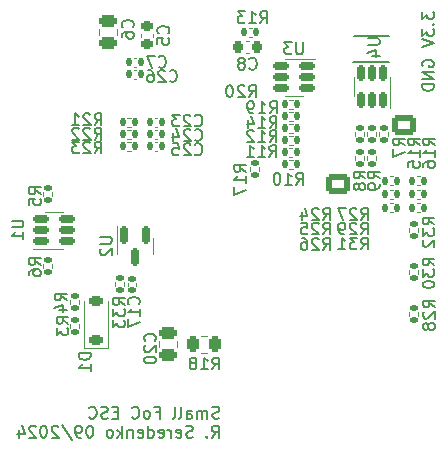
<source format=gbr>
%TF.GenerationSoftware,KiCad,Pcbnew,8.0.5*%
%TF.CreationDate,2024-09-12T14:04:12+03:00*%
%TF.ProjectId,Small_ESC,536d616c-6c5f-4455-9343-2e6b69636164,rev?*%
%TF.SameCoordinates,Original*%
%TF.FileFunction,Legend,Bot*%
%TF.FilePolarity,Positive*%
%FSLAX46Y46*%
G04 Gerber Fmt 4.6, Leading zero omitted, Abs format (unit mm)*
G04 Created by KiCad (PCBNEW 8.0.5) date 2024-09-12 14:04:12*
%MOMM*%
%LPD*%
G01*
G04 APERTURE LIST*
G04 Aperture macros list*
%AMRoundRect*
0 Rectangle with rounded corners*
0 $1 Rounding radius*
0 $2 $3 $4 $5 $6 $7 $8 $9 X,Y pos of 4 corners*
0 Add a 4 corners polygon primitive as box body*
4,1,4,$2,$3,$4,$5,$6,$7,$8,$9,$2,$3,0*
0 Add four circle primitives for the rounded corners*
1,1,$1+$1,$2,$3*
1,1,$1+$1,$4,$5*
1,1,$1+$1,$6,$7*
1,1,$1+$1,$8,$9*
0 Add four rect primitives between the rounded corners*
20,1,$1+$1,$2,$3,$4,$5,0*
20,1,$1+$1,$4,$5,$6,$7,0*
20,1,$1+$1,$6,$7,$8,$9,0*
20,1,$1+$1,$8,$9,$2,$3,0*%
G04 Aperture macros list end*
%ADD10C,0.150000*%
%ADD11C,0.120000*%
%ADD12O,1.800000X1.000000*%
%ADD13O,2.100000X1.000000*%
%ADD14C,0.650000*%
%ADD15RoundRect,0.250000X0.725000X-0.600000X0.725000X0.600000X-0.725000X0.600000X-0.725000X-0.600000X0*%
%ADD16O,1.950000X1.700000*%
%ADD17R,2.400000X2.400000*%
%ADD18C,2.400000*%
%ADD19R,1.700000X1.700000*%
%ADD20O,1.700000X1.700000*%
%ADD21C,1.600000*%
%ADD22RoundRect,0.135000X-0.185000X0.135000X-0.185000X-0.135000X0.185000X-0.135000X0.185000X0.135000X0*%
%ADD23RoundRect,0.135000X0.135000X0.185000X-0.135000X0.185000X-0.135000X-0.185000X0.135000X-0.185000X0*%
%ADD24RoundRect,0.250000X0.262500X0.450000X-0.262500X0.450000X-0.262500X-0.450000X0.262500X-0.450000X0*%
%ADD25RoundRect,0.150000X-0.512500X-0.150000X0.512500X-0.150000X0.512500X0.150000X-0.512500X0.150000X0*%
%ADD26RoundRect,0.135000X-0.135000X-0.185000X0.135000X-0.185000X0.135000X0.185000X-0.135000X0.185000X0*%
%ADD27RoundRect,0.250000X0.475000X-0.250000X0.475000X0.250000X-0.475000X0.250000X-0.475000X-0.250000X0*%
%ADD28C,1.500000*%
%ADD29RoundRect,0.135000X0.185000X-0.135000X0.185000X0.135000X-0.185000X0.135000X-0.185000X-0.135000X0*%
%ADD30RoundRect,0.140000X-0.170000X0.140000X-0.170000X-0.140000X0.170000X-0.140000X0.170000X0.140000X0*%
%ADD31RoundRect,0.140000X0.140000X0.170000X-0.140000X0.170000X-0.140000X-0.170000X0.140000X-0.170000X0*%
%ADD32RoundRect,0.150000X0.512500X0.150000X-0.512500X0.150000X-0.512500X-0.150000X0.512500X-0.150000X0*%
%ADD33RoundRect,0.140000X-0.140000X-0.170000X0.140000X-0.170000X0.140000X0.170000X-0.140000X0.170000X0*%
%ADD34RoundRect,0.225000X-0.225000X-0.250000X0.225000X-0.250000X0.225000X0.250000X-0.225000X0.250000X0*%
%ADD35RoundRect,0.225000X0.375000X-0.225000X0.375000X0.225000X-0.375000X0.225000X-0.375000X-0.225000X0*%
%ADD36RoundRect,0.150000X0.150000X-0.512500X0.150000X0.512500X-0.150000X0.512500X-0.150000X-0.512500X0*%
%ADD37RoundRect,0.225000X0.250000X-0.225000X0.250000X0.225000X-0.250000X0.225000X-0.250000X-0.225000X0*%
%ADD38RoundRect,0.150000X-0.150000X0.587500X-0.150000X-0.587500X0.150000X-0.587500X0.150000X0.587500X0*%
G04 APERTURE END LIST*
D10*
X34188400Y36271200D02*
X31242000Y36271200D01*
X34188400Y34086800D02*
X31191200Y34086800D01*
X19827639Y3921344D02*
X19684782Y3873725D01*
X19684782Y3873725D02*
X19446687Y3873725D01*
X19446687Y3873725D02*
X19351449Y3921344D01*
X19351449Y3921344D02*
X19303830Y3968964D01*
X19303830Y3968964D02*
X19256211Y4064202D01*
X19256211Y4064202D02*
X19256211Y4159440D01*
X19256211Y4159440D02*
X19303830Y4254678D01*
X19303830Y4254678D02*
X19351449Y4302297D01*
X19351449Y4302297D02*
X19446687Y4349916D01*
X19446687Y4349916D02*
X19637163Y4397535D01*
X19637163Y4397535D02*
X19732401Y4445154D01*
X19732401Y4445154D02*
X19780020Y4492773D01*
X19780020Y4492773D02*
X19827639Y4588011D01*
X19827639Y4588011D02*
X19827639Y4683249D01*
X19827639Y4683249D02*
X19780020Y4778487D01*
X19780020Y4778487D02*
X19732401Y4826106D01*
X19732401Y4826106D02*
X19637163Y4873725D01*
X19637163Y4873725D02*
X19399068Y4873725D01*
X19399068Y4873725D02*
X19256211Y4826106D01*
X18827639Y3873725D02*
X18827639Y4540392D01*
X18827639Y4445154D02*
X18780020Y4492773D01*
X18780020Y4492773D02*
X18684782Y4540392D01*
X18684782Y4540392D02*
X18541925Y4540392D01*
X18541925Y4540392D02*
X18446687Y4492773D01*
X18446687Y4492773D02*
X18399068Y4397535D01*
X18399068Y4397535D02*
X18399068Y3873725D01*
X18399068Y4397535D02*
X18351449Y4492773D01*
X18351449Y4492773D02*
X18256211Y4540392D01*
X18256211Y4540392D02*
X18113354Y4540392D01*
X18113354Y4540392D02*
X18018115Y4492773D01*
X18018115Y4492773D02*
X17970496Y4397535D01*
X17970496Y4397535D02*
X17970496Y3873725D01*
X17065735Y3873725D02*
X17065735Y4397535D01*
X17065735Y4397535D02*
X17113354Y4492773D01*
X17113354Y4492773D02*
X17208592Y4540392D01*
X17208592Y4540392D02*
X17399068Y4540392D01*
X17399068Y4540392D02*
X17494306Y4492773D01*
X17065735Y3921344D02*
X17160973Y3873725D01*
X17160973Y3873725D02*
X17399068Y3873725D01*
X17399068Y3873725D02*
X17494306Y3921344D01*
X17494306Y3921344D02*
X17541925Y4016583D01*
X17541925Y4016583D02*
X17541925Y4111821D01*
X17541925Y4111821D02*
X17494306Y4207059D01*
X17494306Y4207059D02*
X17399068Y4254678D01*
X17399068Y4254678D02*
X17160973Y4254678D01*
X17160973Y4254678D02*
X17065735Y4302297D01*
X16446687Y3873725D02*
X16541925Y3921344D01*
X16541925Y3921344D02*
X16589544Y4016583D01*
X16589544Y4016583D02*
X16589544Y4873725D01*
X15922877Y3873725D02*
X16018115Y3921344D01*
X16018115Y3921344D02*
X16065734Y4016583D01*
X16065734Y4016583D02*
X16065734Y4873725D01*
X14446686Y4397535D02*
X14780019Y4397535D01*
X14780019Y3873725D02*
X14780019Y4873725D01*
X14780019Y4873725D02*
X14303829Y4873725D01*
X13780019Y3873725D02*
X13875257Y3921344D01*
X13875257Y3921344D02*
X13922876Y3968964D01*
X13922876Y3968964D02*
X13970495Y4064202D01*
X13970495Y4064202D02*
X13970495Y4349916D01*
X13970495Y4349916D02*
X13922876Y4445154D01*
X13922876Y4445154D02*
X13875257Y4492773D01*
X13875257Y4492773D02*
X13780019Y4540392D01*
X13780019Y4540392D02*
X13637162Y4540392D01*
X13637162Y4540392D02*
X13541924Y4492773D01*
X13541924Y4492773D02*
X13494305Y4445154D01*
X13494305Y4445154D02*
X13446686Y4349916D01*
X13446686Y4349916D02*
X13446686Y4064202D01*
X13446686Y4064202D02*
X13494305Y3968964D01*
X13494305Y3968964D02*
X13541924Y3921344D01*
X13541924Y3921344D02*
X13637162Y3873725D01*
X13637162Y3873725D02*
X13780019Y3873725D01*
X12446686Y3968964D02*
X12494305Y3921344D01*
X12494305Y3921344D02*
X12637162Y3873725D01*
X12637162Y3873725D02*
X12732400Y3873725D01*
X12732400Y3873725D02*
X12875257Y3921344D01*
X12875257Y3921344D02*
X12970495Y4016583D01*
X12970495Y4016583D02*
X13018114Y4111821D01*
X13018114Y4111821D02*
X13065733Y4302297D01*
X13065733Y4302297D02*
X13065733Y4445154D01*
X13065733Y4445154D02*
X13018114Y4635630D01*
X13018114Y4635630D02*
X12970495Y4730868D01*
X12970495Y4730868D02*
X12875257Y4826106D01*
X12875257Y4826106D02*
X12732400Y4873725D01*
X12732400Y4873725D02*
X12637162Y4873725D01*
X12637162Y4873725D02*
X12494305Y4826106D01*
X12494305Y4826106D02*
X12446686Y4778487D01*
X11256209Y4397535D02*
X10922876Y4397535D01*
X10780019Y3873725D02*
X11256209Y3873725D01*
X11256209Y3873725D02*
X11256209Y4873725D01*
X11256209Y4873725D02*
X10780019Y4873725D01*
X10399066Y3921344D02*
X10256209Y3873725D01*
X10256209Y3873725D02*
X10018114Y3873725D01*
X10018114Y3873725D02*
X9922876Y3921344D01*
X9922876Y3921344D02*
X9875257Y3968964D01*
X9875257Y3968964D02*
X9827638Y4064202D01*
X9827638Y4064202D02*
X9827638Y4159440D01*
X9827638Y4159440D02*
X9875257Y4254678D01*
X9875257Y4254678D02*
X9922876Y4302297D01*
X9922876Y4302297D02*
X10018114Y4349916D01*
X10018114Y4349916D02*
X10208590Y4397535D01*
X10208590Y4397535D02*
X10303828Y4445154D01*
X10303828Y4445154D02*
X10351447Y4492773D01*
X10351447Y4492773D02*
X10399066Y4588011D01*
X10399066Y4588011D02*
X10399066Y4683249D01*
X10399066Y4683249D02*
X10351447Y4778487D01*
X10351447Y4778487D02*
X10303828Y4826106D01*
X10303828Y4826106D02*
X10208590Y4873725D01*
X10208590Y4873725D02*
X9970495Y4873725D01*
X9970495Y4873725D02*
X9827638Y4826106D01*
X8827638Y3968964D02*
X8875257Y3921344D01*
X8875257Y3921344D02*
X9018114Y3873725D01*
X9018114Y3873725D02*
X9113352Y3873725D01*
X9113352Y3873725D02*
X9256209Y3921344D01*
X9256209Y3921344D02*
X9351447Y4016583D01*
X9351447Y4016583D02*
X9399066Y4111821D01*
X9399066Y4111821D02*
X9446685Y4302297D01*
X9446685Y4302297D02*
X9446685Y4445154D01*
X9446685Y4445154D02*
X9399066Y4635630D01*
X9399066Y4635630D02*
X9351447Y4730868D01*
X9351447Y4730868D02*
X9256209Y4826106D01*
X9256209Y4826106D02*
X9113352Y4873725D01*
X9113352Y4873725D02*
X9018114Y4873725D01*
X9018114Y4873725D02*
X8875257Y4826106D01*
X8875257Y4826106D02*
X8827638Y4778487D01*
X19208592Y2263781D02*
X19541925Y2739972D01*
X19780020Y2263781D02*
X19780020Y3263781D01*
X19780020Y3263781D02*
X19399068Y3263781D01*
X19399068Y3263781D02*
X19303830Y3216162D01*
X19303830Y3216162D02*
X19256211Y3168543D01*
X19256211Y3168543D02*
X19208592Y3073305D01*
X19208592Y3073305D02*
X19208592Y2930448D01*
X19208592Y2930448D02*
X19256211Y2835210D01*
X19256211Y2835210D02*
X19303830Y2787591D01*
X19303830Y2787591D02*
X19399068Y2739972D01*
X19399068Y2739972D02*
X19780020Y2739972D01*
X18780020Y2359020D02*
X18732401Y2311400D01*
X18732401Y2311400D02*
X18780020Y2263781D01*
X18780020Y2263781D02*
X18827639Y2311400D01*
X18827639Y2311400D02*
X18780020Y2359020D01*
X18780020Y2359020D02*
X18780020Y2263781D01*
X17589544Y2311400D02*
X17446687Y2263781D01*
X17446687Y2263781D02*
X17208592Y2263781D01*
X17208592Y2263781D02*
X17113354Y2311400D01*
X17113354Y2311400D02*
X17065735Y2359020D01*
X17065735Y2359020D02*
X17018116Y2454258D01*
X17018116Y2454258D02*
X17018116Y2549496D01*
X17018116Y2549496D02*
X17065735Y2644734D01*
X17065735Y2644734D02*
X17113354Y2692353D01*
X17113354Y2692353D02*
X17208592Y2739972D01*
X17208592Y2739972D02*
X17399068Y2787591D01*
X17399068Y2787591D02*
X17494306Y2835210D01*
X17494306Y2835210D02*
X17541925Y2882829D01*
X17541925Y2882829D02*
X17589544Y2978067D01*
X17589544Y2978067D02*
X17589544Y3073305D01*
X17589544Y3073305D02*
X17541925Y3168543D01*
X17541925Y3168543D02*
X17494306Y3216162D01*
X17494306Y3216162D02*
X17399068Y3263781D01*
X17399068Y3263781D02*
X17160973Y3263781D01*
X17160973Y3263781D02*
X17018116Y3216162D01*
X16208592Y2311400D02*
X16303830Y2263781D01*
X16303830Y2263781D02*
X16494306Y2263781D01*
X16494306Y2263781D02*
X16589544Y2311400D01*
X16589544Y2311400D02*
X16637163Y2406639D01*
X16637163Y2406639D02*
X16637163Y2787591D01*
X16637163Y2787591D02*
X16589544Y2882829D01*
X16589544Y2882829D02*
X16494306Y2930448D01*
X16494306Y2930448D02*
X16303830Y2930448D01*
X16303830Y2930448D02*
X16208592Y2882829D01*
X16208592Y2882829D02*
X16160973Y2787591D01*
X16160973Y2787591D02*
X16160973Y2692353D01*
X16160973Y2692353D02*
X16637163Y2597115D01*
X15732401Y2263781D02*
X15732401Y2930448D01*
X15732401Y2739972D02*
X15684782Y2835210D01*
X15684782Y2835210D02*
X15637163Y2882829D01*
X15637163Y2882829D02*
X15541925Y2930448D01*
X15541925Y2930448D02*
X15446687Y2930448D01*
X14732401Y2311400D02*
X14827639Y2263781D01*
X14827639Y2263781D02*
X15018115Y2263781D01*
X15018115Y2263781D02*
X15113353Y2311400D01*
X15113353Y2311400D02*
X15160972Y2406639D01*
X15160972Y2406639D02*
X15160972Y2787591D01*
X15160972Y2787591D02*
X15113353Y2882829D01*
X15113353Y2882829D02*
X15018115Y2930448D01*
X15018115Y2930448D02*
X14827639Y2930448D01*
X14827639Y2930448D02*
X14732401Y2882829D01*
X14732401Y2882829D02*
X14684782Y2787591D01*
X14684782Y2787591D02*
X14684782Y2692353D01*
X14684782Y2692353D02*
X15160972Y2597115D01*
X13827639Y2263781D02*
X13827639Y3263781D01*
X13827639Y2311400D02*
X13922877Y2263781D01*
X13922877Y2263781D02*
X14113353Y2263781D01*
X14113353Y2263781D02*
X14208591Y2311400D01*
X14208591Y2311400D02*
X14256210Y2359020D01*
X14256210Y2359020D02*
X14303829Y2454258D01*
X14303829Y2454258D02*
X14303829Y2739972D01*
X14303829Y2739972D02*
X14256210Y2835210D01*
X14256210Y2835210D02*
X14208591Y2882829D01*
X14208591Y2882829D02*
X14113353Y2930448D01*
X14113353Y2930448D02*
X13922877Y2930448D01*
X13922877Y2930448D02*
X13827639Y2882829D01*
X12970496Y2311400D02*
X13065734Y2263781D01*
X13065734Y2263781D02*
X13256210Y2263781D01*
X13256210Y2263781D02*
X13351448Y2311400D01*
X13351448Y2311400D02*
X13399067Y2406639D01*
X13399067Y2406639D02*
X13399067Y2787591D01*
X13399067Y2787591D02*
X13351448Y2882829D01*
X13351448Y2882829D02*
X13256210Y2930448D01*
X13256210Y2930448D02*
X13065734Y2930448D01*
X13065734Y2930448D02*
X12970496Y2882829D01*
X12970496Y2882829D02*
X12922877Y2787591D01*
X12922877Y2787591D02*
X12922877Y2692353D01*
X12922877Y2692353D02*
X13399067Y2597115D01*
X12494305Y2930448D02*
X12494305Y2263781D01*
X12494305Y2835210D02*
X12446686Y2882829D01*
X12446686Y2882829D02*
X12351448Y2930448D01*
X12351448Y2930448D02*
X12208591Y2930448D01*
X12208591Y2930448D02*
X12113353Y2882829D01*
X12113353Y2882829D02*
X12065734Y2787591D01*
X12065734Y2787591D02*
X12065734Y2263781D01*
X11589543Y2263781D02*
X11589543Y3263781D01*
X11494305Y2644734D02*
X11208591Y2263781D01*
X11208591Y2930448D02*
X11589543Y2549496D01*
X10637162Y2263781D02*
X10732400Y2311400D01*
X10732400Y2311400D02*
X10780019Y2359020D01*
X10780019Y2359020D02*
X10827638Y2454258D01*
X10827638Y2454258D02*
X10827638Y2739972D01*
X10827638Y2739972D02*
X10780019Y2835210D01*
X10780019Y2835210D02*
X10732400Y2882829D01*
X10732400Y2882829D02*
X10637162Y2930448D01*
X10637162Y2930448D02*
X10494305Y2930448D01*
X10494305Y2930448D02*
X10399067Y2882829D01*
X10399067Y2882829D02*
X10351448Y2835210D01*
X10351448Y2835210D02*
X10303829Y2739972D01*
X10303829Y2739972D02*
X10303829Y2454258D01*
X10303829Y2454258D02*
X10351448Y2359020D01*
X10351448Y2359020D02*
X10399067Y2311400D01*
X10399067Y2311400D02*
X10494305Y2263781D01*
X10494305Y2263781D02*
X10637162Y2263781D01*
X8922876Y3263781D02*
X8827638Y3263781D01*
X8827638Y3263781D02*
X8732400Y3216162D01*
X8732400Y3216162D02*
X8684781Y3168543D01*
X8684781Y3168543D02*
X8637162Y3073305D01*
X8637162Y3073305D02*
X8589543Y2882829D01*
X8589543Y2882829D02*
X8589543Y2644734D01*
X8589543Y2644734D02*
X8637162Y2454258D01*
X8637162Y2454258D02*
X8684781Y2359020D01*
X8684781Y2359020D02*
X8732400Y2311400D01*
X8732400Y2311400D02*
X8827638Y2263781D01*
X8827638Y2263781D02*
X8922876Y2263781D01*
X8922876Y2263781D02*
X9018114Y2311400D01*
X9018114Y2311400D02*
X9065733Y2359020D01*
X9065733Y2359020D02*
X9113352Y2454258D01*
X9113352Y2454258D02*
X9160971Y2644734D01*
X9160971Y2644734D02*
X9160971Y2882829D01*
X9160971Y2882829D02*
X9113352Y3073305D01*
X9113352Y3073305D02*
X9065733Y3168543D01*
X9065733Y3168543D02*
X9018114Y3216162D01*
X9018114Y3216162D02*
X8922876Y3263781D01*
X8113352Y2263781D02*
X7922876Y2263781D01*
X7922876Y2263781D02*
X7827638Y2311400D01*
X7827638Y2311400D02*
X7780019Y2359020D01*
X7780019Y2359020D02*
X7684781Y2501877D01*
X7684781Y2501877D02*
X7637162Y2692353D01*
X7637162Y2692353D02*
X7637162Y3073305D01*
X7637162Y3073305D02*
X7684781Y3168543D01*
X7684781Y3168543D02*
X7732400Y3216162D01*
X7732400Y3216162D02*
X7827638Y3263781D01*
X7827638Y3263781D02*
X8018114Y3263781D01*
X8018114Y3263781D02*
X8113352Y3216162D01*
X8113352Y3216162D02*
X8160971Y3168543D01*
X8160971Y3168543D02*
X8208590Y3073305D01*
X8208590Y3073305D02*
X8208590Y2835210D01*
X8208590Y2835210D02*
X8160971Y2739972D01*
X8160971Y2739972D02*
X8113352Y2692353D01*
X8113352Y2692353D02*
X8018114Y2644734D01*
X8018114Y2644734D02*
X7827638Y2644734D01*
X7827638Y2644734D02*
X7732400Y2692353D01*
X7732400Y2692353D02*
X7684781Y2739972D01*
X7684781Y2739972D02*
X7637162Y2835210D01*
X6494305Y3311400D02*
X7351447Y2025686D01*
X6208590Y3168543D02*
X6160971Y3216162D01*
X6160971Y3216162D02*
X6065733Y3263781D01*
X6065733Y3263781D02*
X5827638Y3263781D01*
X5827638Y3263781D02*
X5732400Y3216162D01*
X5732400Y3216162D02*
X5684781Y3168543D01*
X5684781Y3168543D02*
X5637162Y3073305D01*
X5637162Y3073305D02*
X5637162Y2978067D01*
X5637162Y2978067D02*
X5684781Y2835210D01*
X5684781Y2835210D02*
X6256209Y2263781D01*
X6256209Y2263781D02*
X5637162Y2263781D01*
X5018114Y3263781D02*
X4922876Y3263781D01*
X4922876Y3263781D02*
X4827638Y3216162D01*
X4827638Y3216162D02*
X4780019Y3168543D01*
X4780019Y3168543D02*
X4732400Y3073305D01*
X4732400Y3073305D02*
X4684781Y2882829D01*
X4684781Y2882829D02*
X4684781Y2644734D01*
X4684781Y2644734D02*
X4732400Y2454258D01*
X4732400Y2454258D02*
X4780019Y2359020D01*
X4780019Y2359020D02*
X4827638Y2311400D01*
X4827638Y2311400D02*
X4922876Y2263781D01*
X4922876Y2263781D02*
X5018114Y2263781D01*
X5018114Y2263781D02*
X5113352Y2311400D01*
X5113352Y2311400D02*
X5160971Y2359020D01*
X5160971Y2359020D02*
X5208590Y2454258D01*
X5208590Y2454258D02*
X5256209Y2644734D01*
X5256209Y2644734D02*
X5256209Y2882829D01*
X5256209Y2882829D02*
X5208590Y3073305D01*
X5208590Y3073305D02*
X5160971Y3168543D01*
X5160971Y3168543D02*
X5113352Y3216162D01*
X5113352Y3216162D02*
X5018114Y3263781D01*
X4303828Y3168543D02*
X4256209Y3216162D01*
X4256209Y3216162D02*
X4160971Y3263781D01*
X4160971Y3263781D02*
X3922876Y3263781D01*
X3922876Y3263781D02*
X3827638Y3216162D01*
X3827638Y3216162D02*
X3780019Y3168543D01*
X3780019Y3168543D02*
X3732400Y3073305D01*
X3732400Y3073305D02*
X3732400Y2978067D01*
X3732400Y2978067D02*
X3780019Y2835210D01*
X3780019Y2835210D02*
X4351447Y2263781D01*
X4351447Y2263781D02*
X3732400Y2263781D01*
X2875257Y2930448D02*
X2875257Y2263781D01*
X3113352Y3311400D02*
X3351447Y2597115D01*
X3351447Y2597115D02*
X2732400Y2597115D01*
X37020619Y38315659D02*
X37020619Y37696612D01*
X37020619Y37696612D02*
X37401571Y38029945D01*
X37401571Y38029945D02*
X37401571Y37887088D01*
X37401571Y37887088D02*
X37449190Y37791850D01*
X37449190Y37791850D02*
X37496809Y37744231D01*
X37496809Y37744231D02*
X37592047Y37696612D01*
X37592047Y37696612D02*
X37830142Y37696612D01*
X37830142Y37696612D02*
X37925380Y37744231D01*
X37925380Y37744231D02*
X37973000Y37791850D01*
X37973000Y37791850D02*
X38020619Y37887088D01*
X38020619Y37887088D02*
X38020619Y38172802D01*
X38020619Y38172802D02*
X37973000Y38268040D01*
X37973000Y38268040D02*
X37925380Y38315659D01*
X37925380Y37268040D02*
X37973000Y37220421D01*
X37973000Y37220421D02*
X38020619Y37268040D01*
X38020619Y37268040D02*
X37973000Y37315659D01*
X37973000Y37315659D02*
X37925380Y37268040D01*
X37925380Y37268040D02*
X38020619Y37268040D01*
X37020619Y36887088D02*
X37020619Y36268041D01*
X37020619Y36268041D02*
X37401571Y36601374D01*
X37401571Y36601374D02*
X37401571Y36458517D01*
X37401571Y36458517D02*
X37449190Y36363279D01*
X37449190Y36363279D02*
X37496809Y36315660D01*
X37496809Y36315660D02*
X37592047Y36268041D01*
X37592047Y36268041D02*
X37830142Y36268041D01*
X37830142Y36268041D02*
X37925380Y36315660D01*
X37925380Y36315660D02*
X37973000Y36363279D01*
X37973000Y36363279D02*
X38020619Y36458517D01*
X38020619Y36458517D02*
X38020619Y36744231D01*
X38020619Y36744231D02*
X37973000Y36839469D01*
X37973000Y36839469D02*
X37925380Y36887088D01*
X37020619Y35982326D02*
X38020619Y35648993D01*
X38020619Y35648993D02*
X37020619Y35315660D01*
X37068238Y33696612D02*
X37020619Y33791850D01*
X37020619Y33791850D02*
X37020619Y33934707D01*
X37020619Y33934707D02*
X37068238Y34077564D01*
X37068238Y34077564D02*
X37163476Y34172802D01*
X37163476Y34172802D02*
X37258714Y34220421D01*
X37258714Y34220421D02*
X37449190Y34268040D01*
X37449190Y34268040D02*
X37592047Y34268040D01*
X37592047Y34268040D02*
X37782523Y34220421D01*
X37782523Y34220421D02*
X37877761Y34172802D01*
X37877761Y34172802D02*
X37973000Y34077564D01*
X37973000Y34077564D02*
X38020619Y33934707D01*
X38020619Y33934707D02*
X38020619Y33839469D01*
X38020619Y33839469D02*
X37973000Y33696612D01*
X37973000Y33696612D02*
X37925380Y33648993D01*
X37925380Y33648993D02*
X37592047Y33648993D01*
X37592047Y33648993D02*
X37592047Y33839469D01*
X38020619Y33220421D02*
X37020619Y33220421D01*
X37020619Y33220421D02*
X38020619Y32648993D01*
X38020619Y32648993D02*
X37020619Y32648993D01*
X38020619Y32172802D02*
X37020619Y32172802D01*
X37020619Y32172802D02*
X37020619Y31934707D01*
X37020619Y31934707D02*
X37068238Y31791850D01*
X37068238Y31791850D02*
X37163476Y31696612D01*
X37163476Y31696612D02*
X37258714Y31648993D01*
X37258714Y31648993D02*
X37449190Y31601374D01*
X37449190Y31601374D02*
X37592047Y31601374D01*
X37592047Y31601374D02*
X37782523Y31648993D01*
X37782523Y31648993D02*
X37877761Y31696612D01*
X37877761Y31696612D02*
X37973000Y31791850D01*
X37973000Y31791850D02*
X38020619Y31934707D01*
X38020619Y31934707D02*
X38020619Y32172802D01*
X36827619Y27008058D02*
X36351428Y27341391D01*
X36827619Y27579486D02*
X35827619Y27579486D01*
X35827619Y27579486D02*
X35827619Y27198534D01*
X35827619Y27198534D02*
X35875238Y27103296D01*
X35875238Y27103296D02*
X35922857Y27055677D01*
X35922857Y27055677D02*
X36018095Y27008058D01*
X36018095Y27008058D02*
X36160952Y27008058D01*
X36160952Y27008058D02*
X36256190Y27055677D01*
X36256190Y27055677D02*
X36303809Y27103296D01*
X36303809Y27103296D02*
X36351428Y27198534D01*
X36351428Y27198534D02*
X36351428Y27579486D01*
X36827619Y26055677D02*
X36827619Y26627105D01*
X36827619Y26341391D02*
X35827619Y26341391D01*
X35827619Y26341391D02*
X35970476Y26436629D01*
X35970476Y26436629D02*
X36065714Y26531867D01*
X36065714Y26531867D02*
X36113333Y26627105D01*
X35827619Y25150915D02*
X35827619Y25627105D01*
X35827619Y25627105D02*
X36303809Y25674724D01*
X36303809Y25674724D02*
X36256190Y25627105D01*
X36256190Y25627105D02*
X36208571Y25531867D01*
X36208571Y25531867D02*
X36208571Y25293772D01*
X36208571Y25293772D02*
X36256190Y25198534D01*
X36256190Y25198534D02*
X36303809Y25150915D01*
X36303809Y25150915D02*
X36399047Y25103296D01*
X36399047Y25103296D02*
X36637142Y25103296D01*
X36637142Y25103296D02*
X36732380Y25150915D01*
X36732380Y25150915D02*
X36780000Y25198534D01*
X36780000Y25198534D02*
X36827619Y25293772D01*
X36827619Y25293772D02*
X36827619Y25531867D01*
X36827619Y25531867D02*
X36780000Y25627105D01*
X36780000Y25627105D02*
X36732380Y25674724D01*
X38097619Y13292058D02*
X37621428Y13625391D01*
X38097619Y13863486D02*
X37097619Y13863486D01*
X37097619Y13863486D02*
X37097619Y13482534D01*
X37097619Y13482534D02*
X37145238Y13387296D01*
X37145238Y13387296D02*
X37192857Y13339677D01*
X37192857Y13339677D02*
X37288095Y13292058D01*
X37288095Y13292058D02*
X37430952Y13292058D01*
X37430952Y13292058D02*
X37526190Y13339677D01*
X37526190Y13339677D02*
X37573809Y13387296D01*
X37573809Y13387296D02*
X37621428Y13482534D01*
X37621428Y13482534D02*
X37621428Y13863486D01*
X37192857Y12911105D02*
X37145238Y12863486D01*
X37145238Y12863486D02*
X37097619Y12768248D01*
X37097619Y12768248D02*
X37097619Y12530153D01*
X37097619Y12530153D02*
X37145238Y12434915D01*
X37145238Y12434915D02*
X37192857Y12387296D01*
X37192857Y12387296D02*
X37288095Y12339677D01*
X37288095Y12339677D02*
X37383333Y12339677D01*
X37383333Y12339677D02*
X37526190Y12387296D01*
X37526190Y12387296D02*
X38097619Y12958724D01*
X38097619Y12958724D02*
X38097619Y12339677D01*
X37526190Y11768248D02*
X37478571Y11863486D01*
X37478571Y11863486D02*
X37430952Y11911105D01*
X37430952Y11911105D02*
X37335714Y11958724D01*
X37335714Y11958724D02*
X37288095Y11958724D01*
X37288095Y11958724D02*
X37192857Y11911105D01*
X37192857Y11911105D02*
X37145238Y11863486D01*
X37145238Y11863486D02*
X37097619Y11768248D01*
X37097619Y11768248D02*
X37097619Y11577772D01*
X37097619Y11577772D02*
X37145238Y11482534D01*
X37145238Y11482534D02*
X37192857Y11434915D01*
X37192857Y11434915D02*
X37288095Y11387296D01*
X37288095Y11387296D02*
X37335714Y11387296D01*
X37335714Y11387296D02*
X37430952Y11434915D01*
X37430952Y11434915D02*
X37478571Y11482534D01*
X37478571Y11482534D02*
X37526190Y11577772D01*
X37526190Y11577772D02*
X37526190Y11768248D01*
X37526190Y11768248D02*
X37573809Y11863486D01*
X37573809Y11863486D02*
X37621428Y11911105D01*
X37621428Y11911105D02*
X37716666Y11958724D01*
X37716666Y11958724D02*
X37907142Y11958724D01*
X37907142Y11958724D02*
X38002380Y11911105D01*
X38002380Y11911105D02*
X38050000Y11863486D01*
X38050000Y11863486D02*
X38097619Y11768248D01*
X38097619Y11768248D02*
X38097619Y11577772D01*
X38097619Y11577772D02*
X38050000Y11482534D01*
X38050000Y11482534D02*
X38002380Y11434915D01*
X38002380Y11434915D02*
X37907142Y11387296D01*
X37907142Y11387296D02*
X37716666Y11387296D01*
X37716666Y11387296D02*
X37621428Y11434915D01*
X37621428Y11434915D02*
X37573809Y11482534D01*
X37573809Y11482534D02*
X37526190Y11577772D01*
X31834057Y19458781D02*
X32167390Y19934972D01*
X32405485Y19458781D02*
X32405485Y20458781D01*
X32405485Y20458781D02*
X32024533Y20458781D01*
X32024533Y20458781D02*
X31929295Y20411162D01*
X31929295Y20411162D02*
X31881676Y20363543D01*
X31881676Y20363543D02*
X31834057Y20268305D01*
X31834057Y20268305D02*
X31834057Y20125448D01*
X31834057Y20125448D02*
X31881676Y20030210D01*
X31881676Y20030210D02*
X31929295Y19982591D01*
X31929295Y19982591D02*
X32024533Y19934972D01*
X32024533Y19934972D02*
X32405485Y19934972D01*
X31453104Y20363543D02*
X31405485Y20411162D01*
X31405485Y20411162D02*
X31310247Y20458781D01*
X31310247Y20458781D02*
X31072152Y20458781D01*
X31072152Y20458781D02*
X30976914Y20411162D01*
X30976914Y20411162D02*
X30929295Y20363543D01*
X30929295Y20363543D02*
X30881676Y20268305D01*
X30881676Y20268305D02*
X30881676Y20173067D01*
X30881676Y20173067D02*
X30929295Y20030210D01*
X30929295Y20030210D02*
X31500723Y19458781D01*
X31500723Y19458781D02*
X30881676Y19458781D01*
X30405485Y19458781D02*
X30215009Y19458781D01*
X30215009Y19458781D02*
X30119771Y19506400D01*
X30119771Y19506400D02*
X30072152Y19554020D01*
X30072152Y19554020D02*
X29976914Y19696877D01*
X29976914Y19696877D02*
X29929295Y19887353D01*
X29929295Y19887353D02*
X29929295Y20268305D01*
X29929295Y20268305D02*
X29976914Y20363543D01*
X29976914Y20363543D02*
X30024533Y20411162D01*
X30024533Y20411162D02*
X30119771Y20458781D01*
X30119771Y20458781D02*
X30310247Y20458781D01*
X30310247Y20458781D02*
X30405485Y20411162D01*
X30405485Y20411162D02*
X30453104Y20363543D01*
X30453104Y20363543D02*
X30500723Y20268305D01*
X30500723Y20268305D02*
X30500723Y20030210D01*
X30500723Y20030210D02*
X30453104Y19934972D01*
X30453104Y19934972D02*
X30405485Y19887353D01*
X30405485Y19887353D02*
X30310247Y19839734D01*
X30310247Y19839734D02*
X30119771Y19839734D01*
X30119771Y19839734D02*
X30024533Y19887353D01*
X30024533Y19887353D02*
X29976914Y19934972D01*
X29976914Y19934972D02*
X29929295Y20030210D01*
X24112457Y29720381D02*
X24445790Y30196572D01*
X24683885Y29720381D02*
X24683885Y30720381D01*
X24683885Y30720381D02*
X24302933Y30720381D01*
X24302933Y30720381D02*
X24207695Y30672762D01*
X24207695Y30672762D02*
X24160076Y30625143D01*
X24160076Y30625143D02*
X24112457Y30529905D01*
X24112457Y30529905D02*
X24112457Y30387048D01*
X24112457Y30387048D02*
X24160076Y30291810D01*
X24160076Y30291810D02*
X24207695Y30244191D01*
X24207695Y30244191D02*
X24302933Y30196572D01*
X24302933Y30196572D02*
X24683885Y30196572D01*
X23160076Y29720381D02*
X23731504Y29720381D01*
X23445790Y29720381D02*
X23445790Y30720381D01*
X23445790Y30720381D02*
X23541028Y30577524D01*
X23541028Y30577524D02*
X23636266Y30482286D01*
X23636266Y30482286D02*
X23731504Y30434667D01*
X22683885Y29720381D02*
X22493409Y29720381D01*
X22493409Y29720381D02*
X22398171Y29768000D01*
X22398171Y29768000D02*
X22350552Y29815620D01*
X22350552Y29815620D02*
X22255314Y29958477D01*
X22255314Y29958477D02*
X22207695Y30148953D01*
X22207695Y30148953D02*
X22207695Y30529905D01*
X22207695Y30529905D02*
X22255314Y30625143D01*
X22255314Y30625143D02*
X22302933Y30672762D01*
X22302933Y30672762D02*
X22398171Y30720381D01*
X22398171Y30720381D02*
X22588647Y30720381D01*
X22588647Y30720381D02*
X22683885Y30672762D01*
X22683885Y30672762D02*
X22731504Y30625143D01*
X22731504Y30625143D02*
X22779123Y30529905D01*
X22779123Y30529905D02*
X22779123Y30291810D01*
X22779123Y30291810D02*
X22731504Y30196572D01*
X22731504Y30196572D02*
X22683885Y30148953D01*
X22683885Y30148953D02*
X22588647Y30101334D01*
X22588647Y30101334D02*
X22398171Y30101334D01*
X22398171Y30101334D02*
X22302933Y30148953D01*
X22302933Y30148953D02*
X22255314Y30196572D01*
X22255314Y30196572D02*
X22207695Y30291810D01*
X26347657Y23675181D02*
X26680990Y24151372D01*
X26919085Y23675181D02*
X26919085Y24675181D01*
X26919085Y24675181D02*
X26538133Y24675181D01*
X26538133Y24675181D02*
X26442895Y24627562D01*
X26442895Y24627562D02*
X26395276Y24579943D01*
X26395276Y24579943D02*
X26347657Y24484705D01*
X26347657Y24484705D02*
X26347657Y24341848D01*
X26347657Y24341848D02*
X26395276Y24246610D01*
X26395276Y24246610D02*
X26442895Y24198991D01*
X26442895Y24198991D02*
X26538133Y24151372D01*
X26538133Y24151372D02*
X26919085Y24151372D01*
X25395276Y23675181D02*
X25966704Y23675181D01*
X25680990Y23675181D02*
X25680990Y24675181D01*
X25680990Y24675181D02*
X25776228Y24532324D01*
X25776228Y24532324D02*
X25871466Y24437086D01*
X25871466Y24437086D02*
X25966704Y24389467D01*
X24776228Y24675181D02*
X24680990Y24675181D01*
X24680990Y24675181D02*
X24585752Y24627562D01*
X24585752Y24627562D02*
X24538133Y24579943D01*
X24538133Y24579943D02*
X24490514Y24484705D01*
X24490514Y24484705D02*
X24442895Y24294229D01*
X24442895Y24294229D02*
X24442895Y24056134D01*
X24442895Y24056134D02*
X24490514Y23865658D01*
X24490514Y23865658D02*
X24538133Y23770420D01*
X24538133Y23770420D02*
X24585752Y23722800D01*
X24585752Y23722800D02*
X24680990Y23675181D01*
X24680990Y23675181D02*
X24776228Y23675181D01*
X24776228Y23675181D02*
X24871466Y23722800D01*
X24871466Y23722800D02*
X24919085Y23770420D01*
X24919085Y23770420D02*
X24966704Y23865658D01*
X24966704Y23865658D02*
X25014323Y24056134D01*
X25014323Y24056134D02*
X25014323Y24294229D01*
X25014323Y24294229D02*
X24966704Y24484705D01*
X24966704Y24484705D02*
X24919085Y24579943D01*
X24919085Y24579943D02*
X24871466Y24627562D01*
X24871466Y24627562D02*
X24776228Y24675181D01*
X23299657Y37340381D02*
X23632990Y37816572D01*
X23871085Y37340381D02*
X23871085Y38340381D01*
X23871085Y38340381D02*
X23490133Y38340381D01*
X23490133Y38340381D02*
X23394895Y38292762D01*
X23394895Y38292762D02*
X23347276Y38245143D01*
X23347276Y38245143D02*
X23299657Y38149905D01*
X23299657Y38149905D02*
X23299657Y38007048D01*
X23299657Y38007048D02*
X23347276Y37911810D01*
X23347276Y37911810D02*
X23394895Y37864191D01*
X23394895Y37864191D02*
X23490133Y37816572D01*
X23490133Y37816572D02*
X23871085Y37816572D01*
X22347276Y37340381D02*
X22918704Y37340381D01*
X22632990Y37340381D02*
X22632990Y38340381D01*
X22632990Y38340381D02*
X22728228Y38197524D01*
X22728228Y38197524D02*
X22823466Y38102286D01*
X22823466Y38102286D02*
X22918704Y38054667D01*
X22013942Y38340381D02*
X21394895Y38340381D01*
X21394895Y38340381D02*
X21728228Y37959429D01*
X21728228Y37959429D02*
X21585371Y37959429D01*
X21585371Y37959429D02*
X21490133Y37911810D01*
X21490133Y37911810D02*
X21442514Y37864191D01*
X21442514Y37864191D02*
X21394895Y37768953D01*
X21394895Y37768953D02*
X21394895Y37530858D01*
X21394895Y37530858D02*
X21442514Y37435620D01*
X21442514Y37435620D02*
X21490133Y37388000D01*
X21490133Y37388000D02*
X21585371Y37340381D01*
X21585371Y37340381D02*
X21871085Y37340381D01*
X21871085Y37340381D02*
X21966323Y37388000D01*
X21966323Y37388000D02*
X22013942Y37435620D01*
X19235657Y8028781D02*
X19568990Y8504972D01*
X19807085Y8028781D02*
X19807085Y9028781D01*
X19807085Y9028781D02*
X19426133Y9028781D01*
X19426133Y9028781D02*
X19330895Y8981162D01*
X19330895Y8981162D02*
X19283276Y8933543D01*
X19283276Y8933543D02*
X19235657Y8838305D01*
X19235657Y8838305D02*
X19235657Y8695448D01*
X19235657Y8695448D02*
X19283276Y8600210D01*
X19283276Y8600210D02*
X19330895Y8552591D01*
X19330895Y8552591D02*
X19426133Y8504972D01*
X19426133Y8504972D02*
X19807085Y8504972D01*
X18283276Y8028781D02*
X18854704Y8028781D01*
X18568990Y8028781D02*
X18568990Y9028781D01*
X18568990Y9028781D02*
X18664228Y8885924D01*
X18664228Y8885924D02*
X18759466Y8790686D01*
X18759466Y8790686D02*
X18854704Y8743067D01*
X17711847Y8600210D02*
X17807085Y8647829D01*
X17807085Y8647829D02*
X17854704Y8695448D01*
X17854704Y8695448D02*
X17902323Y8790686D01*
X17902323Y8790686D02*
X17902323Y8838305D01*
X17902323Y8838305D02*
X17854704Y8933543D01*
X17854704Y8933543D02*
X17807085Y8981162D01*
X17807085Y8981162D02*
X17711847Y9028781D01*
X17711847Y9028781D02*
X17521371Y9028781D01*
X17521371Y9028781D02*
X17426133Y8981162D01*
X17426133Y8981162D02*
X17378514Y8933543D01*
X17378514Y8933543D02*
X17330895Y8838305D01*
X17330895Y8838305D02*
X17330895Y8790686D01*
X17330895Y8790686D02*
X17378514Y8695448D01*
X17378514Y8695448D02*
X17426133Y8647829D01*
X17426133Y8647829D02*
X17521371Y8600210D01*
X17521371Y8600210D02*
X17711847Y8600210D01*
X17711847Y8600210D02*
X17807085Y8552591D01*
X17807085Y8552591D02*
X17854704Y8504972D01*
X17854704Y8504972D02*
X17902323Y8409734D01*
X17902323Y8409734D02*
X17902323Y8219258D01*
X17902323Y8219258D02*
X17854704Y8124020D01*
X17854704Y8124020D02*
X17807085Y8076400D01*
X17807085Y8076400D02*
X17711847Y8028781D01*
X17711847Y8028781D02*
X17521371Y8028781D01*
X17521371Y8028781D02*
X17426133Y8076400D01*
X17426133Y8076400D02*
X17378514Y8124020D01*
X17378514Y8124020D02*
X17330895Y8219258D01*
X17330895Y8219258D02*
X17330895Y8409734D01*
X17330895Y8409734D02*
X17378514Y8504972D01*
X17378514Y8504972D02*
X17426133Y8552591D01*
X17426133Y8552591D02*
X17521371Y8600210D01*
X2248819Y20624705D02*
X3058342Y20624705D01*
X3058342Y20624705D02*
X3153580Y20577086D01*
X3153580Y20577086D02*
X3201200Y20529467D01*
X3201200Y20529467D02*
X3248819Y20434229D01*
X3248819Y20434229D02*
X3248819Y20243753D01*
X3248819Y20243753D02*
X3201200Y20148515D01*
X3201200Y20148515D02*
X3153580Y20100896D01*
X3153580Y20100896D02*
X3058342Y20053277D01*
X3058342Y20053277D02*
X2248819Y20053277D01*
X3248819Y19053277D02*
X3248819Y19624705D01*
X3248819Y19338991D02*
X2248819Y19338991D01*
X2248819Y19338991D02*
X2391676Y19434229D01*
X2391676Y19434229D02*
X2486914Y19529467D01*
X2486914Y19529467D02*
X2534533Y19624705D01*
X28633657Y20677981D02*
X28966990Y21154172D01*
X29205085Y20677981D02*
X29205085Y21677981D01*
X29205085Y21677981D02*
X28824133Y21677981D01*
X28824133Y21677981D02*
X28728895Y21630362D01*
X28728895Y21630362D02*
X28681276Y21582743D01*
X28681276Y21582743D02*
X28633657Y21487505D01*
X28633657Y21487505D02*
X28633657Y21344648D01*
X28633657Y21344648D02*
X28681276Y21249410D01*
X28681276Y21249410D02*
X28728895Y21201791D01*
X28728895Y21201791D02*
X28824133Y21154172D01*
X28824133Y21154172D02*
X29205085Y21154172D01*
X28252704Y21582743D02*
X28205085Y21630362D01*
X28205085Y21630362D02*
X28109847Y21677981D01*
X28109847Y21677981D02*
X27871752Y21677981D01*
X27871752Y21677981D02*
X27776514Y21630362D01*
X27776514Y21630362D02*
X27728895Y21582743D01*
X27728895Y21582743D02*
X27681276Y21487505D01*
X27681276Y21487505D02*
X27681276Y21392267D01*
X27681276Y21392267D02*
X27728895Y21249410D01*
X27728895Y21249410D02*
X28300323Y20677981D01*
X28300323Y20677981D02*
X27681276Y20677981D01*
X26824133Y21344648D02*
X26824133Y20677981D01*
X27062228Y21725600D02*
X27300323Y21011315D01*
X27300323Y21011315D02*
X26681276Y21011315D01*
X11834019Y13495258D02*
X11357828Y13828591D01*
X11834019Y14066686D02*
X10834019Y14066686D01*
X10834019Y14066686D02*
X10834019Y13685734D01*
X10834019Y13685734D02*
X10881638Y13590496D01*
X10881638Y13590496D02*
X10929257Y13542877D01*
X10929257Y13542877D02*
X11024495Y13495258D01*
X11024495Y13495258D02*
X11167352Y13495258D01*
X11167352Y13495258D02*
X11262590Y13542877D01*
X11262590Y13542877D02*
X11310209Y13590496D01*
X11310209Y13590496D02*
X11357828Y13685734D01*
X11357828Y13685734D02*
X11357828Y14066686D01*
X10834019Y13161924D02*
X10834019Y12542877D01*
X10834019Y12542877D02*
X11214971Y12876210D01*
X11214971Y12876210D02*
X11214971Y12733353D01*
X11214971Y12733353D02*
X11262590Y12638115D01*
X11262590Y12638115D02*
X11310209Y12590496D01*
X11310209Y12590496D02*
X11405447Y12542877D01*
X11405447Y12542877D02*
X11643542Y12542877D01*
X11643542Y12542877D02*
X11738780Y12590496D01*
X11738780Y12590496D02*
X11786400Y12638115D01*
X11786400Y12638115D02*
X11834019Y12733353D01*
X11834019Y12733353D02*
X11834019Y13019067D01*
X11834019Y13019067D02*
X11786400Y13114305D01*
X11786400Y13114305D02*
X11738780Y13161924D01*
X10834019Y12209543D02*
X10834019Y11590496D01*
X10834019Y11590496D02*
X11214971Y11923829D01*
X11214971Y11923829D02*
X11214971Y11780972D01*
X11214971Y11780972D02*
X11262590Y11685734D01*
X11262590Y11685734D02*
X11310209Y11638115D01*
X11310209Y11638115D02*
X11405447Y11590496D01*
X11405447Y11590496D02*
X11643542Y11590496D01*
X11643542Y11590496D02*
X11738780Y11638115D01*
X11738780Y11638115D02*
X11786400Y11685734D01*
X11786400Y11685734D02*
X11834019Y11780972D01*
X11834019Y11780972D02*
X11834019Y12066686D01*
X11834019Y12066686D02*
X11786400Y12161924D01*
X11786400Y12161924D02*
X11738780Y12209543D01*
X22334457Y31091981D02*
X22667790Y31568172D01*
X22905885Y31091981D02*
X22905885Y32091981D01*
X22905885Y32091981D02*
X22524933Y32091981D01*
X22524933Y32091981D02*
X22429695Y32044362D01*
X22429695Y32044362D02*
X22382076Y31996743D01*
X22382076Y31996743D02*
X22334457Y31901505D01*
X22334457Y31901505D02*
X22334457Y31758648D01*
X22334457Y31758648D02*
X22382076Y31663410D01*
X22382076Y31663410D02*
X22429695Y31615791D01*
X22429695Y31615791D02*
X22524933Y31568172D01*
X22524933Y31568172D02*
X22905885Y31568172D01*
X21953504Y31996743D02*
X21905885Y32044362D01*
X21905885Y32044362D02*
X21810647Y32091981D01*
X21810647Y32091981D02*
X21572552Y32091981D01*
X21572552Y32091981D02*
X21477314Y32044362D01*
X21477314Y32044362D02*
X21429695Y31996743D01*
X21429695Y31996743D02*
X21382076Y31901505D01*
X21382076Y31901505D02*
X21382076Y31806267D01*
X21382076Y31806267D02*
X21429695Y31663410D01*
X21429695Y31663410D02*
X22001123Y31091981D01*
X22001123Y31091981D02*
X21382076Y31091981D01*
X20763028Y32091981D02*
X20667790Y32091981D01*
X20667790Y32091981D02*
X20572552Y32044362D01*
X20572552Y32044362D02*
X20524933Y31996743D01*
X20524933Y31996743D02*
X20477314Y31901505D01*
X20477314Y31901505D02*
X20429695Y31711029D01*
X20429695Y31711029D02*
X20429695Y31472934D01*
X20429695Y31472934D02*
X20477314Y31282458D01*
X20477314Y31282458D02*
X20524933Y31187220D01*
X20524933Y31187220D02*
X20572552Y31139600D01*
X20572552Y31139600D02*
X20667790Y31091981D01*
X20667790Y31091981D02*
X20763028Y31091981D01*
X20763028Y31091981D02*
X20858266Y31139600D01*
X20858266Y31139600D02*
X20905885Y31187220D01*
X20905885Y31187220D02*
X20953504Y31282458D01*
X20953504Y31282458D02*
X21001123Y31472934D01*
X21001123Y31472934D02*
X21001123Y31711029D01*
X21001123Y31711029D02*
X20953504Y31901505D01*
X20953504Y31901505D02*
X20905885Y31996743D01*
X20905885Y31996743D02*
X20858266Y32044362D01*
X20858266Y32044362D02*
X20763028Y32091981D01*
X12500780Y36996667D02*
X12548400Y37044286D01*
X12548400Y37044286D02*
X12596019Y37187143D01*
X12596019Y37187143D02*
X12596019Y37282381D01*
X12596019Y37282381D02*
X12548400Y37425238D01*
X12548400Y37425238D02*
X12453161Y37520476D01*
X12453161Y37520476D02*
X12357923Y37568095D01*
X12357923Y37568095D02*
X12167447Y37615714D01*
X12167447Y37615714D02*
X12024590Y37615714D01*
X12024590Y37615714D02*
X11834114Y37568095D01*
X11834114Y37568095D02*
X11738876Y37520476D01*
X11738876Y37520476D02*
X11643638Y37425238D01*
X11643638Y37425238D02*
X11596019Y37282381D01*
X11596019Y37282381D02*
X11596019Y37187143D01*
X11596019Y37187143D02*
X11643638Y37044286D01*
X11643638Y37044286D02*
X11691257Y36996667D01*
X11596019Y36139524D02*
X11596019Y36330000D01*
X11596019Y36330000D02*
X11643638Y36425238D01*
X11643638Y36425238D02*
X11691257Y36472857D01*
X11691257Y36472857D02*
X11834114Y36568095D01*
X11834114Y36568095D02*
X12024590Y36615714D01*
X12024590Y36615714D02*
X12405542Y36615714D01*
X12405542Y36615714D02*
X12500780Y36568095D01*
X12500780Y36568095D02*
X12548400Y36520476D01*
X12548400Y36520476D02*
X12596019Y36425238D01*
X12596019Y36425238D02*
X12596019Y36234762D01*
X12596019Y36234762D02*
X12548400Y36139524D01*
X12548400Y36139524D02*
X12500780Y36091905D01*
X12500780Y36091905D02*
X12405542Y36044286D01*
X12405542Y36044286D02*
X12167447Y36044286D01*
X12167447Y36044286D02*
X12072209Y36091905D01*
X12072209Y36091905D02*
X12024590Y36139524D01*
X12024590Y36139524D02*
X11976971Y36234762D01*
X11976971Y36234762D02*
X11976971Y36425238D01*
X11976971Y36425238D02*
X12024590Y36520476D01*
X12024590Y36520476D02*
X12072209Y36568095D01*
X12072209Y36568095D02*
X12167447Y36615714D01*
X38046819Y16848058D02*
X37570628Y17181391D01*
X38046819Y17419486D02*
X37046819Y17419486D01*
X37046819Y17419486D02*
X37046819Y17038534D01*
X37046819Y17038534D02*
X37094438Y16943296D01*
X37094438Y16943296D02*
X37142057Y16895677D01*
X37142057Y16895677D02*
X37237295Y16848058D01*
X37237295Y16848058D02*
X37380152Y16848058D01*
X37380152Y16848058D02*
X37475390Y16895677D01*
X37475390Y16895677D02*
X37523009Y16943296D01*
X37523009Y16943296D02*
X37570628Y17038534D01*
X37570628Y17038534D02*
X37570628Y17419486D01*
X37046819Y16514724D02*
X37046819Y15895677D01*
X37046819Y15895677D02*
X37427771Y16229010D01*
X37427771Y16229010D02*
X37427771Y16086153D01*
X37427771Y16086153D02*
X37475390Y15990915D01*
X37475390Y15990915D02*
X37523009Y15943296D01*
X37523009Y15943296D02*
X37618247Y15895677D01*
X37618247Y15895677D02*
X37856342Y15895677D01*
X37856342Y15895677D02*
X37951580Y15943296D01*
X37951580Y15943296D02*
X37999200Y15990915D01*
X37999200Y15990915D02*
X38046819Y16086153D01*
X38046819Y16086153D02*
X38046819Y16371867D01*
X38046819Y16371867D02*
X37999200Y16467105D01*
X37999200Y16467105D02*
X37951580Y16514724D01*
X37046819Y15276629D02*
X37046819Y15181391D01*
X37046819Y15181391D02*
X37094438Y15086153D01*
X37094438Y15086153D02*
X37142057Y15038534D01*
X37142057Y15038534D02*
X37237295Y14990915D01*
X37237295Y14990915D02*
X37427771Y14943296D01*
X37427771Y14943296D02*
X37665866Y14943296D01*
X37665866Y14943296D02*
X37856342Y14990915D01*
X37856342Y14990915D02*
X37951580Y15038534D01*
X37951580Y15038534D02*
X37999200Y15086153D01*
X37999200Y15086153D02*
X38046819Y15181391D01*
X38046819Y15181391D02*
X38046819Y15276629D01*
X38046819Y15276629D02*
X37999200Y15371867D01*
X37999200Y15371867D02*
X37951580Y15419486D01*
X37951580Y15419486D02*
X37856342Y15467105D01*
X37856342Y15467105D02*
X37665866Y15514724D01*
X37665866Y15514724D02*
X37427771Y15514724D01*
X37427771Y15514724D02*
X37237295Y15467105D01*
X37237295Y15467105D02*
X37142057Y15419486D01*
X37142057Y15419486D02*
X37094438Y15371867D01*
X37094438Y15371867D02*
X37046819Y15276629D01*
X38046819Y20302458D02*
X37570628Y20635791D01*
X38046819Y20873886D02*
X37046819Y20873886D01*
X37046819Y20873886D02*
X37046819Y20492934D01*
X37046819Y20492934D02*
X37094438Y20397696D01*
X37094438Y20397696D02*
X37142057Y20350077D01*
X37142057Y20350077D02*
X37237295Y20302458D01*
X37237295Y20302458D02*
X37380152Y20302458D01*
X37380152Y20302458D02*
X37475390Y20350077D01*
X37475390Y20350077D02*
X37523009Y20397696D01*
X37523009Y20397696D02*
X37570628Y20492934D01*
X37570628Y20492934D02*
X37570628Y20873886D01*
X37046819Y19969124D02*
X37046819Y19350077D01*
X37046819Y19350077D02*
X37427771Y19683410D01*
X37427771Y19683410D02*
X37427771Y19540553D01*
X37427771Y19540553D02*
X37475390Y19445315D01*
X37475390Y19445315D02*
X37523009Y19397696D01*
X37523009Y19397696D02*
X37618247Y19350077D01*
X37618247Y19350077D02*
X37856342Y19350077D01*
X37856342Y19350077D02*
X37951580Y19397696D01*
X37951580Y19397696D02*
X37999200Y19445315D01*
X37999200Y19445315D02*
X38046819Y19540553D01*
X38046819Y19540553D02*
X38046819Y19826267D01*
X38046819Y19826267D02*
X37999200Y19921505D01*
X37999200Y19921505D02*
X37951580Y19969124D01*
X37142057Y18969124D02*
X37094438Y18921505D01*
X37094438Y18921505D02*
X37046819Y18826267D01*
X37046819Y18826267D02*
X37046819Y18588172D01*
X37046819Y18588172D02*
X37094438Y18492934D01*
X37094438Y18492934D02*
X37142057Y18445315D01*
X37142057Y18445315D02*
X37237295Y18397696D01*
X37237295Y18397696D02*
X37332533Y18397696D01*
X37332533Y18397696D02*
X37475390Y18445315D01*
X37475390Y18445315D02*
X38046819Y19016743D01*
X38046819Y19016743D02*
X38046819Y18397696D01*
X22095619Y24772858D02*
X21619428Y25106191D01*
X22095619Y25344286D02*
X21095619Y25344286D01*
X21095619Y25344286D02*
X21095619Y24963334D01*
X21095619Y24963334D02*
X21143238Y24868096D01*
X21143238Y24868096D02*
X21190857Y24820477D01*
X21190857Y24820477D02*
X21286095Y24772858D01*
X21286095Y24772858D02*
X21428952Y24772858D01*
X21428952Y24772858D02*
X21524190Y24820477D01*
X21524190Y24820477D02*
X21571809Y24868096D01*
X21571809Y24868096D02*
X21619428Y24963334D01*
X21619428Y24963334D02*
X21619428Y25344286D01*
X22095619Y23820477D02*
X22095619Y24391905D01*
X22095619Y24106191D02*
X21095619Y24106191D01*
X21095619Y24106191D02*
X21238476Y24201429D01*
X21238476Y24201429D02*
X21333714Y24296667D01*
X21333714Y24296667D02*
X21381333Y24391905D01*
X21095619Y23487143D02*
X21095619Y22820477D01*
X21095619Y22820477D02*
X22095619Y23249048D01*
X31834057Y20677981D02*
X32167390Y21154172D01*
X32405485Y20677981D02*
X32405485Y21677981D01*
X32405485Y21677981D02*
X32024533Y21677981D01*
X32024533Y21677981D02*
X31929295Y21630362D01*
X31929295Y21630362D02*
X31881676Y21582743D01*
X31881676Y21582743D02*
X31834057Y21487505D01*
X31834057Y21487505D02*
X31834057Y21344648D01*
X31834057Y21344648D02*
X31881676Y21249410D01*
X31881676Y21249410D02*
X31929295Y21201791D01*
X31929295Y21201791D02*
X32024533Y21154172D01*
X32024533Y21154172D02*
X32405485Y21154172D01*
X31453104Y21582743D02*
X31405485Y21630362D01*
X31405485Y21630362D02*
X31310247Y21677981D01*
X31310247Y21677981D02*
X31072152Y21677981D01*
X31072152Y21677981D02*
X30976914Y21630362D01*
X30976914Y21630362D02*
X30929295Y21582743D01*
X30929295Y21582743D02*
X30881676Y21487505D01*
X30881676Y21487505D02*
X30881676Y21392267D01*
X30881676Y21392267D02*
X30929295Y21249410D01*
X30929295Y21249410D02*
X31500723Y20677981D01*
X31500723Y20677981D02*
X30881676Y20677981D01*
X30548342Y21677981D02*
X29881676Y21677981D01*
X29881676Y21677981D02*
X30310247Y20677981D01*
X9278857Y28704381D02*
X9612190Y29180572D01*
X9850285Y28704381D02*
X9850285Y29704381D01*
X9850285Y29704381D02*
X9469333Y29704381D01*
X9469333Y29704381D02*
X9374095Y29656762D01*
X9374095Y29656762D02*
X9326476Y29609143D01*
X9326476Y29609143D02*
X9278857Y29513905D01*
X9278857Y29513905D02*
X9278857Y29371048D01*
X9278857Y29371048D02*
X9326476Y29275810D01*
X9326476Y29275810D02*
X9374095Y29228191D01*
X9374095Y29228191D02*
X9469333Y29180572D01*
X9469333Y29180572D02*
X9850285Y29180572D01*
X8897904Y29609143D02*
X8850285Y29656762D01*
X8850285Y29656762D02*
X8755047Y29704381D01*
X8755047Y29704381D02*
X8516952Y29704381D01*
X8516952Y29704381D02*
X8421714Y29656762D01*
X8421714Y29656762D02*
X8374095Y29609143D01*
X8374095Y29609143D02*
X8326476Y29513905D01*
X8326476Y29513905D02*
X8326476Y29418667D01*
X8326476Y29418667D02*
X8374095Y29275810D01*
X8374095Y29275810D02*
X8945523Y28704381D01*
X8945523Y28704381D02*
X8326476Y28704381D01*
X7374095Y28704381D02*
X7945523Y28704381D01*
X7659809Y28704381D02*
X7659809Y29704381D01*
X7659809Y29704381D02*
X7755047Y29561524D01*
X7755047Y29561524D02*
X7850285Y29466286D01*
X7850285Y29466286D02*
X7945523Y29418667D01*
X31834057Y18188781D02*
X32167390Y18664972D01*
X32405485Y18188781D02*
X32405485Y19188781D01*
X32405485Y19188781D02*
X32024533Y19188781D01*
X32024533Y19188781D02*
X31929295Y19141162D01*
X31929295Y19141162D02*
X31881676Y19093543D01*
X31881676Y19093543D02*
X31834057Y18998305D01*
X31834057Y18998305D02*
X31834057Y18855448D01*
X31834057Y18855448D02*
X31881676Y18760210D01*
X31881676Y18760210D02*
X31929295Y18712591D01*
X31929295Y18712591D02*
X32024533Y18664972D01*
X32024533Y18664972D02*
X32405485Y18664972D01*
X31500723Y19188781D02*
X30881676Y19188781D01*
X30881676Y19188781D02*
X31215009Y18807829D01*
X31215009Y18807829D02*
X31072152Y18807829D01*
X31072152Y18807829D02*
X30976914Y18760210D01*
X30976914Y18760210D02*
X30929295Y18712591D01*
X30929295Y18712591D02*
X30881676Y18617353D01*
X30881676Y18617353D02*
X30881676Y18379258D01*
X30881676Y18379258D02*
X30929295Y18284020D01*
X30929295Y18284020D02*
X30976914Y18236400D01*
X30976914Y18236400D02*
X31072152Y18188781D01*
X31072152Y18188781D02*
X31357866Y18188781D01*
X31357866Y18188781D02*
X31453104Y18236400D01*
X31453104Y18236400D02*
X31500723Y18284020D01*
X29929295Y18188781D02*
X30500723Y18188781D01*
X30215009Y18188781D02*
X30215009Y19188781D01*
X30215009Y19188781D02*
X30310247Y19045924D01*
X30310247Y19045924D02*
X30405485Y18950686D01*
X30405485Y18950686D02*
X30500723Y18903067D01*
X14380380Y10447258D02*
X14428000Y10494877D01*
X14428000Y10494877D02*
X14475619Y10637734D01*
X14475619Y10637734D02*
X14475619Y10732972D01*
X14475619Y10732972D02*
X14428000Y10875829D01*
X14428000Y10875829D02*
X14332761Y10971067D01*
X14332761Y10971067D02*
X14237523Y11018686D01*
X14237523Y11018686D02*
X14047047Y11066305D01*
X14047047Y11066305D02*
X13904190Y11066305D01*
X13904190Y11066305D02*
X13713714Y11018686D01*
X13713714Y11018686D02*
X13618476Y10971067D01*
X13618476Y10971067D02*
X13523238Y10875829D01*
X13523238Y10875829D02*
X13475619Y10732972D01*
X13475619Y10732972D02*
X13475619Y10637734D01*
X13475619Y10637734D02*
X13523238Y10494877D01*
X13523238Y10494877D02*
X13570857Y10447258D01*
X13570857Y10066305D02*
X13523238Y10018686D01*
X13523238Y10018686D02*
X13475619Y9923448D01*
X13475619Y9923448D02*
X13475619Y9685353D01*
X13475619Y9685353D02*
X13523238Y9590115D01*
X13523238Y9590115D02*
X13570857Y9542496D01*
X13570857Y9542496D02*
X13666095Y9494877D01*
X13666095Y9494877D02*
X13761333Y9494877D01*
X13761333Y9494877D02*
X13904190Y9542496D01*
X13904190Y9542496D02*
X14475619Y10113924D01*
X14475619Y10113924D02*
X14475619Y9494877D01*
X13475619Y8875829D02*
X13475619Y8780591D01*
X13475619Y8780591D02*
X13523238Y8685353D01*
X13523238Y8685353D02*
X13570857Y8637734D01*
X13570857Y8637734D02*
X13666095Y8590115D01*
X13666095Y8590115D02*
X13856571Y8542496D01*
X13856571Y8542496D02*
X14094666Y8542496D01*
X14094666Y8542496D02*
X14285142Y8590115D01*
X14285142Y8590115D02*
X14380380Y8637734D01*
X14380380Y8637734D02*
X14428000Y8685353D01*
X14428000Y8685353D02*
X14475619Y8780591D01*
X14475619Y8780591D02*
X14475619Y8875829D01*
X14475619Y8875829D02*
X14428000Y8971067D01*
X14428000Y8971067D02*
X14380380Y9018686D01*
X14380380Y9018686D02*
X14285142Y9066305D01*
X14285142Y9066305D02*
X14094666Y9113924D01*
X14094666Y9113924D02*
X13856571Y9113924D01*
X13856571Y9113924D02*
X13666095Y9066305D01*
X13666095Y9066305D02*
X13570857Y9018686D01*
X13570857Y9018686D02*
X13523238Y8971067D01*
X13523238Y8971067D02*
X13475619Y8875829D01*
X38097619Y27008058D02*
X37621428Y27341391D01*
X38097619Y27579486D02*
X37097619Y27579486D01*
X37097619Y27579486D02*
X37097619Y27198534D01*
X37097619Y27198534D02*
X37145238Y27103296D01*
X37145238Y27103296D02*
X37192857Y27055677D01*
X37192857Y27055677D02*
X37288095Y27008058D01*
X37288095Y27008058D02*
X37430952Y27008058D01*
X37430952Y27008058D02*
X37526190Y27055677D01*
X37526190Y27055677D02*
X37573809Y27103296D01*
X37573809Y27103296D02*
X37621428Y27198534D01*
X37621428Y27198534D02*
X37621428Y27579486D01*
X38097619Y26055677D02*
X38097619Y26627105D01*
X38097619Y26341391D02*
X37097619Y26341391D01*
X37097619Y26341391D02*
X37240476Y26436629D01*
X37240476Y26436629D02*
X37335714Y26531867D01*
X37335714Y26531867D02*
X37383333Y26627105D01*
X37097619Y25198534D02*
X37097619Y25389010D01*
X37097619Y25389010D02*
X37145238Y25484248D01*
X37145238Y25484248D02*
X37192857Y25531867D01*
X37192857Y25531867D02*
X37335714Y25627105D01*
X37335714Y25627105D02*
X37526190Y25674724D01*
X37526190Y25674724D02*
X37907142Y25674724D01*
X37907142Y25674724D02*
X38002380Y25627105D01*
X38002380Y25627105D02*
X38050000Y25579486D01*
X38050000Y25579486D02*
X38097619Y25484248D01*
X38097619Y25484248D02*
X38097619Y25293772D01*
X38097619Y25293772D02*
X38050000Y25198534D01*
X38050000Y25198534D02*
X38002380Y25150915D01*
X38002380Y25150915D02*
X37907142Y25103296D01*
X37907142Y25103296D02*
X37669047Y25103296D01*
X37669047Y25103296D02*
X37573809Y25150915D01*
X37573809Y25150915D02*
X37526190Y25198534D01*
X37526190Y25198534D02*
X37478571Y25293772D01*
X37478571Y25293772D02*
X37478571Y25484248D01*
X37478571Y25484248D02*
X37526190Y25579486D01*
X37526190Y25579486D02*
X37573809Y25627105D01*
X37573809Y25627105D02*
X37669047Y25674724D01*
X13008780Y13546058D02*
X13056400Y13593677D01*
X13056400Y13593677D02*
X13104019Y13736534D01*
X13104019Y13736534D02*
X13104019Y13831772D01*
X13104019Y13831772D02*
X13056400Y13974629D01*
X13056400Y13974629D02*
X12961161Y14069867D01*
X12961161Y14069867D02*
X12865923Y14117486D01*
X12865923Y14117486D02*
X12675447Y14165105D01*
X12675447Y14165105D02*
X12532590Y14165105D01*
X12532590Y14165105D02*
X12342114Y14117486D01*
X12342114Y14117486D02*
X12246876Y14069867D01*
X12246876Y14069867D02*
X12151638Y13974629D01*
X12151638Y13974629D02*
X12104019Y13831772D01*
X12104019Y13831772D02*
X12104019Y13736534D01*
X12104019Y13736534D02*
X12151638Y13593677D01*
X12151638Y13593677D02*
X12199257Y13546058D01*
X13104019Y12593677D02*
X13104019Y13165105D01*
X13104019Y12879391D02*
X12104019Y12879391D01*
X12104019Y12879391D02*
X12246876Y12974629D01*
X12246876Y12974629D02*
X12342114Y13069867D01*
X12342114Y13069867D02*
X12389733Y13165105D01*
X12104019Y12260343D02*
X12104019Y11593677D01*
X12104019Y11593677D02*
X13104019Y12022248D01*
X15628857Y32457220D02*
X15676476Y32409600D01*
X15676476Y32409600D02*
X15819333Y32361981D01*
X15819333Y32361981D02*
X15914571Y32361981D01*
X15914571Y32361981D02*
X16057428Y32409600D01*
X16057428Y32409600D02*
X16152666Y32504839D01*
X16152666Y32504839D02*
X16200285Y32600077D01*
X16200285Y32600077D02*
X16247904Y32790553D01*
X16247904Y32790553D02*
X16247904Y32933410D01*
X16247904Y32933410D02*
X16200285Y33123886D01*
X16200285Y33123886D02*
X16152666Y33219124D01*
X16152666Y33219124D02*
X16057428Y33314362D01*
X16057428Y33314362D02*
X15914571Y33361981D01*
X15914571Y33361981D02*
X15819333Y33361981D01*
X15819333Y33361981D02*
X15676476Y33314362D01*
X15676476Y33314362D02*
X15628857Y33266743D01*
X15247904Y33266743D02*
X15200285Y33314362D01*
X15200285Y33314362D02*
X15105047Y33361981D01*
X15105047Y33361981D02*
X14866952Y33361981D01*
X14866952Y33361981D02*
X14771714Y33314362D01*
X14771714Y33314362D02*
X14724095Y33266743D01*
X14724095Y33266743D02*
X14676476Y33171505D01*
X14676476Y33171505D02*
X14676476Y33076267D01*
X14676476Y33076267D02*
X14724095Y32933410D01*
X14724095Y32933410D02*
X15295523Y32361981D01*
X15295523Y32361981D02*
X14676476Y32361981D01*
X13819333Y33361981D02*
X14009809Y33361981D01*
X14009809Y33361981D02*
X14105047Y33314362D01*
X14105047Y33314362D02*
X14152666Y33266743D01*
X14152666Y33266743D02*
X14247904Y33123886D01*
X14247904Y33123886D02*
X14295523Y32933410D01*
X14295523Y32933410D02*
X14295523Y32552458D01*
X14295523Y32552458D02*
X14247904Y32457220D01*
X14247904Y32457220D02*
X14200285Y32409600D01*
X14200285Y32409600D02*
X14105047Y32361981D01*
X14105047Y32361981D02*
X13914571Y32361981D01*
X13914571Y32361981D02*
X13819333Y32409600D01*
X13819333Y32409600D02*
X13771714Y32457220D01*
X13771714Y32457220D02*
X13724095Y32552458D01*
X13724095Y32552458D02*
X13724095Y32790553D01*
X13724095Y32790553D02*
X13771714Y32885791D01*
X13771714Y32885791D02*
X13819333Y32933410D01*
X13819333Y32933410D02*
X13914571Y32981029D01*
X13914571Y32981029D02*
X14105047Y32981029D01*
X14105047Y32981029D02*
X14200285Y32933410D01*
X14200285Y32933410D02*
X14247904Y32885791D01*
X14247904Y32885791D02*
X14295523Y32790553D01*
X24107022Y28450381D02*
X24440355Y28926572D01*
X24678450Y28450381D02*
X24678450Y29450381D01*
X24678450Y29450381D02*
X24297498Y29450381D01*
X24297498Y29450381D02*
X24202260Y29402762D01*
X24202260Y29402762D02*
X24154641Y29355143D01*
X24154641Y29355143D02*
X24107022Y29259905D01*
X24107022Y29259905D02*
X24107022Y29117048D01*
X24107022Y29117048D02*
X24154641Y29021810D01*
X24154641Y29021810D02*
X24202260Y28974191D01*
X24202260Y28974191D02*
X24297498Y28926572D01*
X24297498Y28926572D02*
X24678450Y28926572D01*
X23154641Y28450381D02*
X23726069Y28450381D01*
X23440355Y28450381D02*
X23440355Y29450381D01*
X23440355Y29450381D02*
X23535593Y29307524D01*
X23535593Y29307524D02*
X23630831Y29212286D01*
X23630831Y29212286D02*
X23726069Y29164667D01*
X22297498Y29117048D02*
X22297498Y28450381D01*
X22535593Y29498000D02*
X22773688Y28783715D01*
X22773688Y28783715D02*
X22154641Y28783715D01*
X7058819Y11901467D02*
X6582628Y12234800D01*
X7058819Y12472895D02*
X6058819Y12472895D01*
X6058819Y12472895D02*
X6058819Y12091943D01*
X6058819Y12091943D02*
X6106438Y11996705D01*
X6106438Y11996705D02*
X6154057Y11949086D01*
X6154057Y11949086D02*
X6249295Y11901467D01*
X6249295Y11901467D02*
X6392152Y11901467D01*
X6392152Y11901467D02*
X6487390Y11949086D01*
X6487390Y11949086D02*
X6535009Y11996705D01*
X6535009Y11996705D02*
X6582628Y12091943D01*
X6582628Y12091943D02*
X6582628Y12472895D01*
X6058819Y11568133D02*
X6058819Y10949086D01*
X6058819Y10949086D02*
X6439771Y11282419D01*
X6439771Y11282419D02*
X6439771Y11139562D01*
X6439771Y11139562D02*
X6487390Y11044324D01*
X6487390Y11044324D02*
X6535009Y10996705D01*
X6535009Y10996705D02*
X6630247Y10949086D01*
X6630247Y10949086D02*
X6868342Y10949086D01*
X6868342Y10949086D02*
X6963580Y10996705D01*
X6963580Y10996705D02*
X7011200Y11044324D01*
X7011200Y11044324D02*
X7058819Y11139562D01*
X7058819Y11139562D02*
X7058819Y11425276D01*
X7058819Y11425276D02*
X7011200Y11520514D01*
X7011200Y11520514D02*
X6963580Y11568133D01*
X35557619Y26989067D02*
X35081428Y27322400D01*
X35557619Y27560495D02*
X34557619Y27560495D01*
X34557619Y27560495D02*
X34557619Y27179543D01*
X34557619Y27179543D02*
X34605238Y27084305D01*
X34605238Y27084305D02*
X34652857Y27036686D01*
X34652857Y27036686D02*
X34748095Y26989067D01*
X34748095Y26989067D02*
X34890952Y26989067D01*
X34890952Y26989067D02*
X34986190Y27036686D01*
X34986190Y27036686D02*
X35033809Y27084305D01*
X35033809Y27084305D02*
X35081428Y27179543D01*
X35081428Y27179543D02*
X35081428Y27560495D01*
X34557619Y26655733D02*
X34557619Y25989067D01*
X34557619Y25989067D02*
X35557619Y26417638D01*
X14695466Y33676420D02*
X14743085Y33628800D01*
X14743085Y33628800D02*
X14885942Y33581181D01*
X14885942Y33581181D02*
X14981180Y33581181D01*
X14981180Y33581181D02*
X15124037Y33628800D01*
X15124037Y33628800D02*
X15219275Y33724039D01*
X15219275Y33724039D02*
X15266894Y33819277D01*
X15266894Y33819277D02*
X15314513Y34009753D01*
X15314513Y34009753D02*
X15314513Y34152610D01*
X15314513Y34152610D02*
X15266894Y34343086D01*
X15266894Y34343086D02*
X15219275Y34438324D01*
X15219275Y34438324D02*
X15124037Y34533562D01*
X15124037Y34533562D02*
X14981180Y34581181D01*
X14981180Y34581181D02*
X14885942Y34581181D01*
X14885942Y34581181D02*
X14743085Y34533562D01*
X14743085Y34533562D02*
X14695466Y34485943D01*
X14362132Y34581181D02*
X13695466Y34581181D01*
X13695466Y34581181D02*
X14124037Y33581181D01*
X24101890Y27281981D02*
X24435223Y27758172D01*
X24673318Y27281981D02*
X24673318Y28281981D01*
X24673318Y28281981D02*
X24292366Y28281981D01*
X24292366Y28281981D02*
X24197128Y28234362D01*
X24197128Y28234362D02*
X24149509Y28186743D01*
X24149509Y28186743D02*
X24101890Y28091505D01*
X24101890Y28091505D02*
X24101890Y27948648D01*
X24101890Y27948648D02*
X24149509Y27853410D01*
X24149509Y27853410D02*
X24197128Y27805791D01*
X24197128Y27805791D02*
X24292366Y27758172D01*
X24292366Y27758172D02*
X24673318Y27758172D01*
X23149509Y27281981D02*
X23720937Y27281981D01*
X23435223Y27281981D02*
X23435223Y28281981D01*
X23435223Y28281981D02*
X23530461Y28139124D01*
X23530461Y28139124D02*
X23625699Y28043886D01*
X23625699Y28043886D02*
X23720937Y27996267D01*
X22768556Y28186743D02*
X22720937Y28234362D01*
X22720937Y28234362D02*
X22625699Y28281981D01*
X22625699Y28281981D02*
X22387604Y28281981D01*
X22387604Y28281981D02*
X22292366Y28234362D01*
X22292366Y28234362D02*
X22244747Y28186743D01*
X22244747Y28186743D02*
X22197128Y28091505D01*
X22197128Y28091505D02*
X22197128Y27996267D01*
X22197128Y27996267D02*
X22244747Y27853410D01*
X22244747Y27853410D02*
X22816175Y27281981D01*
X22816175Y27281981D02*
X22197128Y27281981D01*
X6904819Y13882667D02*
X6428628Y14216000D01*
X6904819Y14454095D02*
X5904819Y14454095D01*
X5904819Y14454095D02*
X5904819Y14073143D01*
X5904819Y14073143D02*
X5952438Y13977905D01*
X5952438Y13977905D02*
X6000057Y13930286D01*
X6000057Y13930286D02*
X6095295Y13882667D01*
X6095295Y13882667D02*
X6238152Y13882667D01*
X6238152Y13882667D02*
X6333390Y13930286D01*
X6333390Y13930286D02*
X6381009Y13977905D01*
X6381009Y13977905D02*
X6428628Y14073143D01*
X6428628Y14073143D02*
X6428628Y14454095D01*
X6238152Y13025524D02*
X6904819Y13025524D01*
X5857200Y13263619D02*
X6571485Y13501714D01*
X6571485Y13501714D02*
X6571485Y12882667D01*
X26923904Y35711181D02*
X26923904Y34901658D01*
X26923904Y34901658D02*
X26876285Y34806420D01*
X26876285Y34806420D02*
X26828666Y34758800D01*
X26828666Y34758800D02*
X26733428Y34711181D01*
X26733428Y34711181D02*
X26542952Y34711181D01*
X26542952Y34711181D02*
X26447714Y34758800D01*
X26447714Y34758800D02*
X26400095Y34806420D01*
X26400095Y34806420D02*
X26352476Y34901658D01*
X26352476Y34901658D02*
X26352476Y35711181D01*
X25971523Y35711181D02*
X25352476Y35711181D01*
X25352476Y35711181D02*
X25685809Y35330229D01*
X25685809Y35330229D02*
X25542952Y35330229D01*
X25542952Y35330229D02*
X25447714Y35282610D01*
X25447714Y35282610D02*
X25400095Y35234991D01*
X25400095Y35234991D02*
X25352476Y35139753D01*
X25352476Y35139753D02*
X25352476Y34901658D01*
X25352476Y34901658D02*
X25400095Y34806420D01*
X25400095Y34806420D02*
X25447714Y34758800D01*
X25447714Y34758800D02*
X25542952Y34711181D01*
X25542952Y34711181D02*
X25828666Y34711181D01*
X25828666Y34711181D02*
X25923904Y34758800D01*
X25923904Y34758800D02*
X25971523Y34806420D01*
X32204819Y24195067D02*
X31728628Y24528400D01*
X32204819Y24766495D02*
X31204819Y24766495D01*
X31204819Y24766495D02*
X31204819Y24385543D01*
X31204819Y24385543D02*
X31252438Y24290305D01*
X31252438Y24290305D02*
X31300057Y24242686D01*
X31300057Y24242686D02*
X31395295Y24195067D01*
X31395295Y24195067D02*
X31538152Y24195067D01*
X31538152Y24195067D02*
X31633390Y24242686D01*
X31633390Y24242686D02*
X31681009Y24290305D01*
X31681009Y24290305D02*
X31728628Y24385543D01*
X31728628Y24385543D02*
X31728628Y24766495D01*
X31633390Y23623638D02*
X31585771Y23718876D01*
X31585771Y23718876D02*
X31538152Y23766495D01*
X31538152Y23766495D02*
X31442914Y23814114D01*
X31442914Y23814114D02*
X31395295Y23814114D01*
X31395295Y23814114D02*
X31300057Y23766495D01*
X31300057Y23766495D02*
X31252438Y23718876D01*
X31252438Y23718876D02*
X31204819Y23623638D01*
X31204819Y23623638D02*
X31204819Y23433162D01*
X31204819Y23433162D02*
X31252438Y23337924D01*
X31252438Y23337924D02*
X31300057Y23290305D01*
X31300057Y23290305D02*
X31395295Y23242686D01*
X31395295Y23242686D02*
X31442914Y23242686D01*
X31442914Y23242686D02*
X31538152Y23290305D01*
X31538152Y23290305D02*
X31585771Y23337924D01*
X31585771Y23337924D02*
X31633390Y23433162D01*
X31633390Y23433162D02*
X31633390Y23623638D01*
X31633390Y23623638D02*
X31681009Y23718876D01*
X31681009Y23718876D02*
X31728628Y23766495D01*
X31728628Y23766495D02*
X31823866Y23814114D01*
X31823866Y23814114D02*
X32014342Y23814114D01*
X32014342Y23814114D02*
X32109580Y23766495D01*
X32109580Y23766495D02*
X32157200Y23718876D01*
X32157200Y23718876D02*
X32204819Y23623638D01*
X32204819Y23623638D02*
X32204819Y23433162D01*
X32204819Y23433162D02*
X32157200Y23337924D01*
X32157200Y23337924D02*
X32109580Y23290305D01*
X32109580Y23290305D02*
X32014342Y23242686D01*
X32014342Y23242686D02*
X31823866Y23242686D01*
X31823866Y23242686D02*
X31728628Y23290305D01*
X31728628Y23290305D02*
X31681009Y23337924D01*
X31681009Y23337924D02*
X31633390Y23433162D01*
X28633657Y19458781D02*
X28966990Y19934972D01*
X29205085Y19458781D02*
X29205085Y20458781D01*
X29205085Y20458781D02*
X28824133Y20458781D01*
X28824133Y20458781D02*
X28728895Y20411162D01*
X28728895Y20411162D02*
X28681276Y20363543D01*
X28681276Y20363543D02*
X28633657Y20268305D01*
X28633657Y20268305D02*
X28633657Y20125448D01*
X28633657Y20125448D02*
X28681276Y20030210D01*
X28681276Y20030210D02*
X28728895Y19982591D01*
X28728895Y19982591D02*
X28824133Y19934972D01*
X28824133Y19934972D02*
X29205085Y19934972D01*
X28252704Y20363543D02*
X28205085Y20411162D01*
X28205085Y20411162D02*
X28109847Y20458781D01*
X28109847Y20458781D02*
X27871752Y20458781D01*
X27871752Y20458781D02*
X27776514Y20411162D01*
X27776514Y20411162D02*
X27728895Y20363543D01*
X27728895Y20363543D02*
X27681276Y20268305D01*
X27681276Y20268305D02*
X27681276Y20173067D01*
X27681276Y20173067D02*
X27728895Y20030210D01*
X27728895Y20030210D02*
X28300323Y19458781D01*
X28300323Y19458781D02*
X27681276Y19458781D01*
X26776514Y20458781D02*
X27252704Y20458781D01*
X27252704Y20458781D02*
X27300323Y19982591D01*
X27300323Y19982591D02*
X27252704Y20030210D01*
X27252704Y20030210D02*
X27157466Y20077829D01*
X27157466Y20077829D02*
X26919371Y20077829D01*
X26919371Y20077829D02*
X26824133Y20030210D01*
X26824133Y20030210D02*
X26776514Y19982591D01*
X26776514Y19982591D02*
X26728895Y19887353D01*
X26728895Y19887353D02*
X26728895Y19649258D01*
X26728895Y19649258D02*
X26776514Y19554020D01*
X26776514Y19554020D02*
X26824133Y19506400D01*
X26824133Y19506400D02*
X26919371Y19458781D01*
X26919371Y19458781D02*
X27157466Y19458781D01*
X27157466Y19458781D02*
X27252704Y19506400D01*
X27252704Y19506400D02*
X27300323Y19554020D01*
X4722019Y22874267D02*
X4245828Y23207600D01*
X4722019Y23445695D02*
X3722019Y23445695D01*
X3722019Y23445695D02*
X3722019Y23064743D01*
X3722019Y23064743D02*
X3769638Y22969505D01*
X3769638Y22969505D02*
X3817257Y22921886D01*
X3817257Y22921886D02*
X3912495Y22874267D01*
X3912495Y22874267D02*
X4055352Y22874267D01*
X4055352Y22874267D02*
X4150590Y22921886D01*
X4150590Y22921886D02*
X4198209Y22969505D01*
X4198209Y22969505D02*
X4245828Y23064743D01*
X4245828Y23064743D02*
X4245828Y23445695D01*
X3722019Y21969505D02*
X3722019Y22445695D01*
X3722019Y22445695D02*
X4198209Y22493314D01*
X4198209Y22493314D02*
X4150590Y22445695D01*
X4150590Y22445695D02*
X4102971Y22350457D01*
X4102971Y22350457D02*
X4102971Y22112362D01*
X4102971Y22112362D02*
X4150590Y22017124D01*
X4150590Y22017124D02*
X4198209Y21969505D01*
X4198209Y21969505D02*
X4293447Y21921886D01*
X4293447Y21921886D02*
X4531542Y21921886D01*
X4531542Y21921886D02*
X4626780Y21969505D01*
X4626780Y21969505D02*
X4674400Y22017124D01*
X4674400Y22017124D02*
X4722019Y22112362D01*
X4722019Y22112362D02*
X4722019Y22350457D01*
X4722019Y22350457D02*
X4674400Y22445695D01*
X4674400Y22445695D02*
X4626780Y22493314D01*
X9278857Y26316781D02*
X9612190Y26792972D01*
X9850285Y26316781D02*
X9850285Y27316781D01*
X9850285Y27316781D02*
X9469333Y27316781D01*
X9469333Y27316781D02*
X9374095Y27269162D01*
X9374095Y27269162D02*
X9326476Y27221543D01*
X9326476Y27221543D02*
X9278857Y27126305D01*
X9278857Y27126305D02*
X9278857Y26983448D01*
X9278857Y26983448D02*
X9326476Y26888210D01*
X9326476Y26888210D02*
X9374095Y26840591D01*
X9374095Y26840591D02*
X9469333Y26792972D01*
X9469333Y26792972D02*
X9850285Y26792972D01*
X8897904Y27221543D02*
X8850285Y27269162D01*
X8850285Y27269162D02*
X8755047Y27316781D01*
X8755047Y27316781D02*
X8516952Y27316781D01*
X8516952Y27316781D02*
X8421714Y27269162D01*
X8421714Y27269162D02*
X8374095Y27221543D01*
X8374095Y27221543D02*
X8326476Y27126305D01*
X8326476Y27126305D02*
X8326476Y27031067D01*
X8326476Y27031067D02*
X8374095Y26888210D01*
X8374095Y26888210D02*
X8945523Y26316781D01*
X8945523Y26316781D02*
X8326476Y26316781D01*
X7993142Y27316781D02*
X7374095Y27316781D01*
X7374095Y27316781D02*
X7707428Y26935829D01*
X7707428Y26935829D02*
X7564571Y26935829D01*
X7564571Y26935829D02*
X7469333Y26888210D01*
X7469333Y26888210D02*
X7421714Y26840591D01*
X7421714Y26840591D02*
X7374095Y26745353D01*
X7374095Y26745353D02*
X7374095Y26507258D01*
X7374095Y26507258D02*
X7421714Y26412020D01*
X7421714Y26412020D02*
X7469333Y26364400D01*
X7469333Y26364400D02*
X7564571Y26316781D01*
X7564571Y26316781D02*
X7850285Y26316781D01*
X7850285Y26316781D02*
X7945523Y26364400D01*
X7945523Y26364400D02*
X7993142Y26412020D01*
X17762457Y26259620D02*
X17810076Y26212000D01*
X17810076Y26212000D02*
X17952933Y26164381D01*
X17952933Y26164381D02*
X18048171Y26164381D01*
X18048171Y26164381D02*
X18191028Y26212000D01*
X18191028Y26212000D02*
X18286266Y26307239D01*
X18286266Y26307239D02*
X18333885Y26402477D01*
X18333885Y26402477D02*
X18381504Y26592953D01*
X18381504Y26592953D02*
X18381504Y26735810D01*
X18381504Y26735810D02*
X18333885Y26926286D01*
X18333885Y26926286D02*
X18286266Y27021524D01*
X18286266Y27021524D02*
X18191028Y27116762D01*
X18191028Y27116762D02*
X18048171Y27164381D01*
X18048171Y27164381D02*
X17952933Y27164381D01*
X17952933Y27164381D02*
X17810076Y27116762D01*
X17810076Y27116762D02*
X17762457Y27069143D01*
X17381504Y27069143D02*
X17333885Y27116762D01*
X17333885Y27116762D02*
X17238647Y27164381D01*
X17238647Y27164381D02*
X17000552Y27164381D01*
X17000552Y27164381D02*
X16905314Y27116762D01*
X16905314Y27116762D02*
X16857695Y27069143D01*
X16857695Y27069143D02*
X16810076Y26973905D01*
X16810076Y26973905D02*
X16810076Y26878667D01*
X16810076Y26878667D02*
X16857695Y26735810D01*
X16857695Y26735810D02*
X17429123Y26164381D01*
X17429123Y26164381D02*
X16810076Y26164381D01*
X15905314Y27164381D02*
X16381504Y27164381D01*
X16381504Y27164381D02*
X16429123Y26688191D01*
X16429123Y26688191D02*
X16381504Y26735810D01*
X16381504Y26735810D02*
X16286266Y26783429D01*
X16286266Y26783429D02*
X16048171Y26783429D01*
X16048171Y26783429D02*
X15952933Y26735810D01*
X15952933Y26735810D02*
X15905314Y26688191D01*
X15905314Y26688191D02*
X15857695Y26592953D01*
X15857695Y26592953D02*
X15857695Y26354858D01*
X15857695Y26354858D02*
X15905314Y26259620D01*
X15905314Y26259620D02*
X15952933Y26212000D01*
X15952933Y26212000D02*
X16048171Y26164381D01*
X16048171Y26164381D02*
X16286266Y26164381D01*
X16286266Y26164381D02*
X16381504Y26212000D01*
X16381504Y26212000D02*
X16429123Y26259620D01*
X22391666Y33516420D02*
X22439285Y33468800D01*
X22439285Y33468800D02*
X22582142Y33421181D01*
X22582142Y33421181D02*
X22677380Y33421181D01*
X22677380Y33421181D02*
X22820237Y33468800D01*
X22820237Y33468800D02*
X22915475Y33564039D01*
X22915475Y33564039D02*
X22963094Y33659277D01*
X22963094Y33659277D02*
X23010713Y33849753D01*
X23010713Y33849753D02*
X23010713Y33992610D01*
X23010713Y33992610D02*
X22963094Y34183086D01*
X22963094Y34183086D02*
X22915475Y34278324D01*
X22915475Y34278324D02*
X22820237Y34373562D01*
X22820237Y34373562D02*
X22677380Y34421181D01*
X22677380Y34421181D02*
X22582142Y34421181D01*
X22582142Y34421181D02*
X22439285Y34373562D01*
X22439285Y34373562D02*
X22391666Y34325943D01*
X21820237Y33992610D02*
X21915475Y34040229D01*
X21915475Y34040229D02*
X21963094Y34087848D01*
X21963094Y34087848D02*
X22010713Y34183086D01*
X22010713Y34183086D02*
X22010713Y34230705D01*
X22010713Y34230705D02*
X21963094Y34325943D01*
X21963094Y34325943D02*
X21915475Y34373562D01*
X21915475Y34373562D02*
X21820237Y34421181D01*
X21820237Y34421181D02*
X21629761Y34421181D01*
X21629761Y34421181D02*
X21534523Y34373562D01*
X21534523Y34373562D02*
X21486904Y34325943D01*
X21486904Y34325943D02*
X21439285Y34230705D01*
X21439285Y34230705D02*
X21439285Y34183086D01*
X21439285Y34183086D02*
X21486904Y34087848D01*
X21486904Y34087848D02*
X21534523Y34040229D01*
X21534523Y34040229D02*
X21629761Y33992610D01*
X21629761Y33992610D02*
X21820237Y33992610D01*
X21820237Y33992610D02*
X21915475Y33944991D01*
X21915475Y33944991D02*
X21963094Y33897372D01*
X21963094Y33897372D02*
X22010713Y33802134D01*
X22010713Y33802134D02*
X22010713Y33611658D01*
X22010713Y33611658D02*
X21963094Y33516420D01*
X21963094Y33516420D02*
X21915475Y33468800D01*
X21915475Y33468800D02*
X21820237Y33421181D01*
X21820237Y33421181D02*
X21629761Y33421181D01*
X21629761Y33421181D02*
X21534523Y33468800D01*
X21534523Y33468800D02*
X21486904Y33516420D01*
X21486904Y33516420D02*
X21439285Y33611658D01*
X21439285Y33611658D02*
X21439285Y33802134D01*
X21439285Y33802134D02*
X21486904Y33897372D01*
X21486904Y33897372D02*
X21534523Y33944991D01*
X21534523Y33944991D02*
X21629761Y33992610D01*
X33424019Y24195067D02*
X32947828Y24528400D01*
X33424019Y24766495D02*
X32424019Y24766495D01*
X32424019Y24766495D02*
X32424019Y24385543D01*
X32424019Y24385543D02*
X32471638Y24290305D01*
X32471638Y24290305D02*
X32519257Y24242686D01*
X32519257Y24242686D02*
X32614495Y24195067D01*
X32614495Y24195067D02*
X32757352Y24195067D01*
X32757352Y24195067D02*
X32852590Y24242686D01*
X32852590Y24242686D02*
X32900209Y24290305D01*
X32900209Y24290305D02*
X32947828Y24385543D01*
X32947828Y24385543D02*
X32947828Y24766495D01*
X33424019Y23718876D02*
X33424019Y23528400D01*
X33424019Y23528400D02*
X33376400Y23433162D01*
X33376400Y23433162D02*
X33328780Y23385543D01*
X33328780Y23385543D02*
X33185923Y23290305D01*
X33185923Y23290305D02*
X32995447Y23242686D01*
X32995447Y23242686D02*
X32614495Y23242686D01*
X32614495Y23242686D02*
X32519257Y23290305D01*
X32519257Y23290305D02*
X32471638Y23337924D01*
X32471638Y23337924D02*
X32424019Y23433162D01*
X32424019Y23433162D02*
X32424019Y23623638D01*
X32424019Y23623638D02*
X32471638Y23718876D01*
X32471638Y23718876D02*
X32519257Y23766495D01*
X32519257Y23766495D02*
X32614495Y23814114D01*
X32614495Y23814114D02*
X32852590Y23814114D01*
X32852590Y23814114D02*
X32947828Y23766495D01*
X32947828Y23766495D02*
X32995447Y23718876D01*
X32995447Y23718876D02*
X33043066Y23623638D01*
X33043066Y23623638D02*
X33043066Y23433162D01*
X33043066Y23433162D02*
X32995447Y23337924D01*
X32995447Y23337924D02*
X32947828Y23290305D01*
X32947828Y23290305D02*
X32852590Y23242686D01*
X9278857Y27485181D02*
X9612190Y27961372D01*
X9850285Y27485181D02*
X9850285Y28485181D01*
X9850285Y28485181D02*
X9469333Y28485181D01*
X9469333Y28485181D02*
X9374095Y28437562D01*
X9374095Y28437562D02*
X9326476Y28389943D01*
X9326476Y28389943D02*
X9278857Y28294705D01*
X9278857Y28294705D02*
X9278857Y28151848D01*
X9278857Y28151848D02*
X9326476Y28056610D01*
X9326476Y28056610D02*
X9374095Y28008991D01*
X9374095Y28008991D02*
X9469333Y27961372D01*
X9469333Y27961372D02*
X9850285Y27961372D01*
X8897904Y28389943D02*
X8850285Y28437562D01*
X8850285Y28437562D02*
X8755047Y28485181D01*
X8755047Y28485181D02*
X8516952Y28485181D01*
X8516952Y28485181D02*
X8421714Y28437562D01*
X8421714Y28437562D02*
X8374095Y28389943D01*
X8374095Y28389943D02*
X8326476Y28294705D01*
X8326476Y28294705D02*
X8326476Y28199467D01*
X8326476Y28199467D02*
X8374095Y28056610D01*
X8374095Y28056610D02*
X8945523Y27485181D01*
X8945523Y27485181D02*
X8326476Y27485181D01*
X7945523Y28389943D02*
X7897904Y28437562D01*
X7897904Y28437562D02*
X7802666Y28485181D01*
X7802666Y28485181D02*
X7564571Y28485181D01*
X7564571Y28485181D02*
X7469333Y28437562D01*
X7469333Y28437562D02*
X7421714Y28389943D01*
X7421714Y28389943D02*
X7374095Y28294705D01*
X7374095Y28294705D02*
X7374095Y28199467D01*
X7374095Y28199467D02*
X7421714Y28056610D01*
X7421714Y28056610D02*
X7993142Y27485181D01*
X7993142Y27485181D02*
X7374095Y27485181D01*
X8938419Y9424895D02*
X7938419Y9424895D01*
X7938419Y9424895D02*
X7938419Y9186800D01*
X7938419Y9186800D02*
X7986038Y9043943D01*
X7986038Y9043943D02*
X8081276Y8948705D01*
X8081276Y8948705D02*
X8176514Y8901086D01*
X8176514Y8901086D02*
X8366990Y8853467D01*
X8366990Y8853467D02*
X8509847Y8853467D01*
X8509847Y8853467D02*
X8700323Y8901086D01*
X8700323Y8901086D02*
X8795561Y8948705D01*
X8795561Y8948705D02*
X8890800Y9043943D01*
X8890800Y9043943D02*
X8938419Y9186800D01*
X8938419Y9186800D02*
X8938419Y9424895D01*
X8938419Y7901086D02*
X8938419Y8472514D01*
X8938419Y8186800D02*
X7938419Y8186800D01*
X7938419Y8186800D02*
X8081276Y8282038D01*
X8081276Y8282038D02*
X8176514Y8377276D01*
X8176514Y8377276D02*
X8224133Y8472514D01*
X4722019Y16879867D02*
X4245828Y17213200D01*
X4722019Y17451295D02*
X3722019Y17451295D01*
X3722019Y17451295D02*
X3722019Y17070343D01*
X3722019Y17070343D02*
X3769638Y16975105D01*
X3769638Y16975105D02*
X3817257Y16927486D01*
X3817257Y16927486D02*
X3912495Y16879867D01*
X3912495Y16879867D02*
X4055352Y16879867D01*
X4055352Y16879867D02*
X4150590Y16927486D01*
X4150590Y16927486D02*
X4198209Y16975105D01*
X4198209Y16975105D02*
X4245828Y17070343D01*
X4245828Y17070343D02*
X4245828Y17451295D01*
X3722019Y16022724D02*
X3722019Y16213200D01*
X3722019Y16213200D02*
X3769638Y16308438D01*
X3769638Y16308438D02*
X3817257Y16356057D01*
X3817257Y16356057D02*
X3960114Y16451295D01*
X3960114Y16451295D02*
X4150590Y16498914D01*
X4150590Y16498914D02*
X4531542Y16498914D01*
X4531542Y16498914D02*
X4626780Y16451295D01*
X4626780Y16451295D02*
X4674400Y16403676D01*
X4674400Y16403676D02*
X4722019Y16308438D01*
X4722019Y16308438D02*
X4722019Y16117962D01*
X4722019Y16117962D02*
X4674400Y16022724D01*
X4674400Y16022724D02*
X4626780Y15975105D01*
X4626780Y15975105D02*
X4531542Y15927486D01*
X4531542Y15927486D02*
X4293447Y15927486D01*
X4293447Y15927486D02*
X4198209Y15975105D01*
X4198209Y15975105D02*
X4150590Y16022724D01*
X4150590Y16022724D02*
X4102971Y16117962D01*
X4102971Y16117962D02*
X4102971Y16308438D01*
X4102971Y16308438D02*
X4150590Y16403676D01*
X4150590Y16403676D02*
X4198209Y16451295D01*
X4198209Y16451295D02*
X4293447Y16498914D01*
X28633657Y18161781D02*
X28966990Y18637972D01*
X29205085Y18161781D02*
X29205085Y19161781D01*
X29205085Y19161781D02*
X28824133Y19161781D01*
X28824133Y19161781D02*
X28728895Y19114162D01*
X28728895Y19114162D02*
X28681276Y19066543D01*
X28681276Y19066543D02*
X28633657Y18971305D01*
X28633657Y18971305D02*
X28633657Y18828448D01*
X28633657Y18828448D02*
X28681276Y18733210D01*
X28681276Y18733210D02*
X28728895Y18685591D01*
X28728895Y18685591D02*
X28824133Y18637972D01*
X28824133Y18637972D02*
X29205085Y18637972D01*
X28252704Y19066543D02*
X28205085Y19114162D01*
X28205085Y19114162D02*
X28109847Y19161781D01*
X28109847Y19161781D02*
X27871752Y19161781D01*
X27871752Y19161781D02*
X27776514Y19114162D01*
X27776514Y19114162D02*
X27728895Y19066543D01*
X27728895Y19066543D02*
X27681276Y18971305D01*
X27681276Y18971305D02*
X27681276Y18876067D01*
X27681276Y18876067D02*
X27728895Y18733210D01*
X27728895Y18733210D02*
X28300323Y18161781D01*
X28300323Y18161781D02*
X27681276Y18161781D01*
X26824133Y19161781D02*
X27014609Y19161781D01*
X27014609Y19161781D02*
X27109847Y19114162D01*
X27109847Y19114162D02*
X27157466Y19066543D01*
X27157466Y19066543D02*
X27252704Y18923686D01*
X27252704Y18923686D02*
X27300323Y18733210D01*
X27300323Y18733210D02*
X27300323Y18352258D01*
X27300323Y18352258D02*
X27252704Y18257020D01*
X27252704Y18257020D02*
X27205085Y18209400D01*
X27205085Y18209400D02*
X27109847Y18161781D01*
X27109847Y18161781D02*
X26919371Y18161781D01*
X26919371Y18161781D02*
X26824133Y18209400D01*
X26824133Y18209400D02*
X26776514Y18257020D01*
X26776514Y18257020D02*
X26728895Y18352258D01*
X26728895Y18352258D02*
X26728895Y18590353D01*
X26728895Y18590353D02*
X26776514Y18685591D01*
X26776514Y18685591D02*
X26824133Y18733210D01*
X26824133Y18733210D02*
X26919371Y18780829D01*
X26919371Y18780829D02*
X27109847Y18780829D01*
X27109847Y18780829D02*
X27205085Y18733210D01*
X27205085Y18733210D02*
X27252704Y18685591D01*
X27252704Y18685591D02*
X27300323Y18590353D01*
X24085644Y26011981D02*
X24418977Y26488172D01*
X24657072Y26011981D02*
X24657072Y27011981D01*
X24657072Y27011981D02*
X24276120Y27011981D01*
X24276120Y27011981D02*
X24180882Y26964362D01*
X24180882Y26964362D02*
X24133263Y26916743D01*
X24133263Y26916743D02*
X24085644Y26821505D01*
X24085644Y26821505D02*
X24085644Y26678648D01*
X24085644Y26678648D02*
X24133263Y26583410D01*
X24133263Y26583410D02*
X24180882Y26535791D01*
X24180882Y26535791D02*
X24276120Y26488172D01*
X24276120Y26488172D02*
X24657072Y26488172D01*
X23133263Y26011981D02*
X23704691Y26011981D01*
X23418977Y26011981D02*
X23418977Y27011981D01*
X23418977Y27011981D02*
X23514215Y26869124D01*
X23514215Y26869124D02*
X23609453Y26773886D01*
X23609453Y26773886D02*
X23704691Y26726267D01*
X22180882Y26011981D02*
X22752310Y26011981D01*
X22466596Y26011981D02*
X22466596Y27011981D01*
X22466596Y27011981D02*
X22561834Y26869124D01*
X22561834Y26869124D02*
X22657072Y26773886D01*
X22657072Y26773886D02*
X22752310Y26726267D01*
X17762457Y27478820D02*
X17810076Y27431200D01*
X17810076Y27431200D02*
X17952933Y27383581D01*
X17952933Y27383581D02*
X18048171Y27383581D01*
X18048171Y27383581D02*
X18191028Y27431200D01*
X18191028Y27431200D02*
X18286266Y27526439D01*
X18286266Y27526439D02*
X18333885Y27621677D01*
X18333885Y27621677D02*
X18381504Y27812153D01*
X18381504Y27812153D02*
X18381504Y27955010D01*
X18381504Y27955010D02*
X18333885Y28145486D01*
X18333885Y28145486D02*
X18286266Y28240724D01*
X18286266Y28240724D02*
X18191028Y28335962D01*
X18191028Y28335962D02*
X18048171Y28383581D01*
X18048171Y28383581D02*
X17952933Y28383581D01*
X17952933Y28383581D02*
X17810076Y28335962D01*
X17810076Y28335962D02*
X17762457Y28288343D01*
X17381504Y28288343D02*
X17333885Y28335962D01*
X17333885Y28335962D02*
X17238647Y28383581D01*
X17238647Y28383581D02*
X17000552Y28383581D01*
X17000552Y28383581D02*
X16905314Y28335962D01*
X16905314Y28335962D02*
X16857695Y28288343D01*
X16857695Y28288343D02*
X16810076Y28193105D01*
X16810076Y28193105D02*
X16810076Y28097867D01*
X16810076Y28097867D02*
X16857695Y27955010D01*
X16857695Y27955010D02*
X17429123Y27383581D01*
X17429123Y27383581D02*
X16810076Y27383581D01*
X15952933Y28050248D02*
X15952933Y27383581D01*
X16191028Y28431200D02*
X16429123Y27716915D01*
X16429123Y27716915D02*
X15810076Y27716915D01*
X32424019Y36067905D02*
X33233542Y36067905D01*
X33233542Y36067905D02*
X33328780Y36020286D01*
X33328780Y36020286D02*
X33376400Y35972667D01*
X33376400Y35972667D02*
X33424019Y35877429D01*
X33424019Y35877429D02*
X33424019Y35686953D01*
X33424019Y35686953D02*
X33376400Y35591715D01*
X33376400Y35591715D02*
X33328780Y35544096D01*
X33328780Y35544096D02*
X33233542Y35496477D01*
X33233542Y35496477D02*
X32424019Y35496477D01*
X32757352Y34591715D02*
X33424019Y34591715D01*
X32376400Y34829810D02*
X33090685Y35067905D01*
X33090685Y35067905D02*
X33090685Y34448858D01*
X15505580Y36488667D02*
X15553200Y36536286D01*
X15553200Y36536286D02*
X15600819Y36679143D01*
X15600819Y36679143D02*
X15600819Y36774381D01*
X15600819Y36774381D02*
X15553200Y36917238D01*
X15553200Y36917238D02*
X15457961Y37012476D01*
X15457961Y37012476D02*
X15362723Y37060095D01*
X15362723Y37060095D02*
X15172247Y37107714D01*
X15172247Y37107714D02*
X15029390Y37107714D01*
X15029390Y37107714D02*
X14838914Y37060095D01*
X14838914Y37060095D02*
X14743676Y37012476D01*
X14743676Y37012476D02*
X14648438Y36917238D01*
X14648438Y36917238D02*
X14600819Y36774381D01*
X14600819Y36774381D02*
X14600819Y36679143D01*
X14600819Y36679143D02*
X14648438Y36536286D01*
X14648438Y36536286D02*
X14696057Y36488667D01*
X14600819Y35583905D02*
X14600819Y36060095D01*
X14600819Y36060095D02*
X15077009Y36107714D01*
X15077009Y36107714D02*
X15029390Y36060095D01*
X15029390Y36060095D02*
X14981771Y35964857D01*
X14981771Y35964857D02*
X14981771Y35726762D01*
X14981771Y35726762D02*
X15029390Y35631524D01*
X15029390Y35631524D02*
X15077009Y35583905D01*
X15077009Y35583905D02*
X15172247Y35536286D01*
X15172247Y35536286D02*
X15410342Y35536286D01*
X15410342Y35536286D02*
X15505580Y35583905D01*
X15505580Y35583905D02*
X15553200Y35631524D01*
X15553200Y35631524D02*
X15600819Y35726762D01*
X15600819Y35726762D02*
X15600819Y35964857D01*
X15600819Y35964857D02*
X15553200Y36060095D01*
X15553200Y36060095D02*
X15505580Y36107714D01*
X9754819Y19253105D02*
X10564342Y19253105D01*
X10564342Y19253105D02*
X10659580Y19205486D01*
X10659580Y19205486D02*
X10707200Y19157867D01*
X10707200Y19157867D02*
X10754819Y19062629D01*
X10754819Y19062629D02*
X10754819Y18872153D01*
X10754819Y18872153D02*
X10707200Y18776915D01*
X10707200Y18776915D02*
X10659580Y18729296D01*
X10659580Y18729296D02*
X10564342Y18681677D01*
X10564342Y18681677D02*
X9754819Y18681677D01*
X9850057Y18253105D02*
X9802438Y18205486D01*
X9802438Y18205486D02*
X9754819Y18110248D01*
X9754819Y18110248D02*
X9754819Y17872153D01*
X9754819Y17872153D02*
X9802438Y17776915D01*
X9802438Y17776915D02*
X9850057Y17729296D01*
X9850057Y17729296D02*
X9945295Y17681677D01*
X9945295Y17681677D02*
X10040533Y17681677D01*
X10040533Y17681677D02*
X10183390Y17729296D01*
X10183390Y17729296D02*
X10754819Y18300724D01*
X10754819Y18300724D02*
X10754819Y17681677D01*
X17762457Y28698020D02*
X17810076Y28650400D01*
X17810076Y28650400D02*
X17952933Y28602781D01*
X17952933Y28602781D02*
X18048171Y28602781D01*
X18048171Y28602781D02*
X18191028Y28650400D01*
X18191028Y28650400D02*
X18286266Y28745639D01*
X18286266Y28745639D02*
X18333885Y28840877D01*
X18333885Y28840877D02*
X18381504Y29031353D01*
X18381504Y29031353D02*
X18381504Y29174210D01*
X18381504Y29174210D02*
X18333885Y29364686D01*
X18333885Y29364686D02*
X18286266Y29459924D01*
X18286266Y29459924D02*
X18191028Y29555162D01*
X18191028Y29555162D02*
X18048171Y29602781D01*
X18048171Y29602781D02*
X17952933Y29602781D01*
X17952933Y29602781D02*
X17810076Y29555162D01*
X17810076Y29555162D02*
X17762457Y29507543D01*
X17381504Y29507543D02*
X17333885Y29555162D01*
X17333885Y29555162D02*
X17238647Y29602781D01*
X17238647Y29602781D02*
X17000552Y29602781D01*
X17000552Y29602781D02*
X16905314Y29555162D01*
X16905314Y29555162D02*
X16857695Y29507543D01*
X16857695Y29507543D02*
X16810076Y29412305D01*
X16810076Y29412305D02*
X16810076Y29317067D01*
X16810076Y29317067D02*
X16857695Y29174210D01*
X16857695Y29174210D02*
X17429123Y28602781D01*
X17429123Y28602781D02*
X16810076Y28602781D01*
X16476742Y29602781D02*
X15857695Y29602781D01*
X15857695Y29602781D02*
X16191028Y29221829D01*
X16191028Y29221829D02*
X16048171Y29221829D01*
X16048171Y29221829D02*
X15952933Y29174210D01*
X15952933Y29174210D02*
X15905314Y29126591D01*
X15905314Y29126591D02*
X15857695Y29031353D01*
X15857695Y29031353D02*
X15857695Y28793258D01*
X15857695Y28793258D02*
X15905314Y28698020D01*
X15905314Y28698020D02*
X15952933Y28650400D01*
X15952933Y28650400D02*
X16048171Y28602781D01*
X16048171Y28602781D02*
X16333885Y28602781D01*
X16333885Y28602781D02*
X16429123Y28650400D01*
X16429123Y28650400D02*
X16476742Y28698020D01*
D11*
%TO.C,R15*%
X32386000Y28093641D02*
X32386000Y27786359D01*
X33146000Y28093641D02*
X33146000Y27786359D01*
%TO.C,R28*%
X35942000Y12853641D02*
X35942000Y12546359D01*
X36702000Y12853641D02*
X36702000Y12546359D01*
%TO.C,R29*%
X36856641Y23240000D02*
X36549359Y23240000D01*
X36856641Y22480000D02*
X36549359Y22480000D01*
%TO.C,R19*%
X26044998Y29844000D02*
X25737716Y29844000D01*
X26044998Y29084000D02*
X25737716Y29084000D01*
%TO.C,R10*%
X26041072Y25780000D02*
X25733790Y25780000D01*
X26041072Y25020000D02*
X25733790Y25020000D01*
%TO.C,R13*%
X22632641Y36956000D02*
X22325359Y36956000D01*
X22632641Y36196000D02*
X22325359Y36196000D01*
%TO.C,R18*%
X18769064Y10895000D02*
X18314936Y10895000D01*
X18769064Y9425000D02*
X18314936Y9425000D01*
%TO.C,U1*%
X5842000Y18252000D02*
X6642000Y18252000D01*
X5842000Y18252000D02*
X4042000Y18252000D01*
X5842000Y21372000D02*
X6642000Y21372000D01*
X5842000Y21372000D02*
X5042000Y21372000D01*
%TO.C,R24*%
X34263359Y24383000D02*
X34570641Y24383000D01*
X34263359Y23623000D02*
X34570641Y23623000D01*
%TO.C,R33*%
X11050000Y15395641D02*
X11050000Y15088359D01*
X11810000Y15395641D02*
X11810000Y15088359D01*
%TO.C,R20*%
X26061641Y30860000D02*
X25754359Y30860000D01*
X26061641Y30100000D02*
X25754359Y30100000D01*
%TO.C,C6*%
X11149000Y36314748D02*
X11149000Y36837252D01*
X9679000Y36314748D02*
X9679000Y36837252D01*
%TO.C,R30*%
X35942000Y16409641D02*
X35942000Y16102359D01*
X36702000Y16409641D02*
X36702000Y16102359D01*
%TO.C,R32*%
X35942000Y19965641D02*
X35942000Y19658359D01*
X36702000Y19965641D02*
X36702000Y19658359D01*
%TO.C,R17*%
X22480000Y24865359D02*
X22480000Y25172641D01*
X23240000Y24865359D02*
X23240000Y25172641D01*
%TO.C,R27*%
X36856641Y24383000D02*
X36549359Y24383000D01*
X36856641Y23623000D02*
X36549359Y23623000D01*
%TO.C,R21*%
X12343641Y29336000D02*
X12036359Y29336000D01*
X12343641Y28576000D02*
X12036359Y28576000D01*
%TO.C,R31*%
X36856641Y22097000D02*
X36549359Y22097000D01*
X36856641Y21337000D02*
X36549359Y21337000D01*
%TO.C,C20*%
X16229000Y9898748D02*
X16229000Y10421252D01*
X14759000Y9898748D02*
X14759000Y10421252D01*
%TO.C,R16*%
X33402000Y28093641D02*
X33402000Y27786359D01*
X34162000Y28093641D02*
X34162000Y27786359D01*
%TO.C,C17*%
X12806000Y15349836D02*
X12806000Y15134164D01*
X12086000Y15349836D02*
X12086000Y15134164D01*
%TO.C,C26*%
X12807836Y32660000D02*
X12592164Y32660000D01*
X12807836Y33380000D02*
X12592164Y33380000D01*
%TO.C,R14*%
X26056206Y28828000D02*
X25748924Y28828000D01*
X26056206Y28068000D02*
X25748924Y28068000D01*
%TO.C,R3*%
X7240000Y11530359D02*
X7240000Y11837641D01*
X8000000Y11530359D02*
X8000000Y11837641D01*
%TO.C,R7*%
X31370000Y27786359D02*
X31370000Y28093641D01*
X32130000Y27786359D02*
X32130000Y28093641D01*
%TO.C,C7*%
X12807836Y33676000D02*
X12592164Y33676000D01*
X12807836Y34396000D02*
X12592164Y34396000D01*
%TO.C,R12*%
X26051074Y27812000D02*
X25743792Y27812000D01*
X26051074Y27052000D02*
X25743792Y27052000D01*
%TO.C,R4*%
X7240000Y13869641D02*
X7240000Y13562359D01*
X8000000Y13869641D02*
X8000000Y13562359D01*
%TO.C,U3*%
X26162000Y34326000D02*
X25362000Y34326000D01*
X26162000Y34326000D02*
X27962000Y34326000D01*
X26162000Y31206000D02*
X25362000Y31206000D01*
X26162000Y31206000D02*
X26962000Y31206000D01*
%TO.C,R8*%
X31370000Y26061641D02*
X31370000Y25754359D01*
X32130000Y26061641D02*
X32130000Y25754359D01*
%TO.C,R25*%
X34263359Y23240000D02*
X34570641Y23240000D01*
X34263359Y22480000D02*
X34570641Y22480000D01*
%TO.C,R5*%
X4954000Y23013641D02*
X4954000Y22706359D01*
X5714000Y23013641D02*
X5714000Y22706359D01*
%TO.C,R23*%
X12343641Y27304000D02*
X12036359Y27304000D01*
X12343641Y26544000D02*
X12036359Y26544000D01*
%TO.C,C25*%
X14368164Y26564000D02*
X14583836Y26564000D01*
X14368164Y27284000D02*
X14583836Y27284000D01*
%TO.C,C8*%
X22084420Y34796000D02*
X22365580Y34796000D01*
X22084420Y35816000D02*
X22365580Y35816000D01*
%TO.C,R9*%
X32386000Y26061641D02*
X32386000Y25754359D01*
X33146000Y26061641D02*
X33146000Y25754359D01*
%TO.C,R22*%
X12343641Y28320000D02*
X12036359Y28320000D01*
X12343641Y27560000D02*
X12036359Y27560000D01*
%TO.C,D1*%
X8398000Y9832000D02*
X8398000Y13842000D01*
X10398000Y9832000D02*
X8398000Y9832000D01*
X10398000Y9832000D02*
X10398000Y13842000D01*
%TO.C,R6*%
X4954000Y16610359D02*
X4954000Y16917641D01*
X5714000Y16610359D02*
X5714000Y16917641D01*
%TO.C,R26*%
X34263359Y22097000D02*
X34570641Y22097000D01*
X34263359Y21337000D02*
X34570641Y21337000D01*
%TO.C,R11*%
X26034828Y26796000D02*
X25727546Y26796000D01*
X26034828Y26036000D02*
X25727546Y26036000D01*
%TO.C,C24*%
X14368164Y27580000D02*
X14583836Y27580000D01*
X14368164Y28300000D02*
X14583836Y28300000D01*
%TO.C,U4*%
X34326000Y32004000D02*
X34326000Y30204000D01*
X34326000Y32004000D02*
X34326000Y32804000D01*
X31206000Y32004000D02*
X31206000Y31204000D01*
X31206000Y32004000D02*
X31206000Y32804000D01*
%TO.C,C5*%
X14226000Y36181420D02*
X14226000Y36462580D01*
X13206000Y36181420D02*
X13206000Y36462580D01*
%TO.C,U2*%
X11140000Y18491200D02*
X11140000Y20166200D01*
X11140000Y18491200D02*
X11140000Y17841200D01*
X14260000Y18491200D02*
X14260000Y19141200D01*
X14260000Y18491200D02*
X14260000Y17841200D01*
%TO.C,C23*%
X14368164Y28596000D02*
X14583836Y28596000D01*
X14368164Y29316000D02*
X14583836Y29316000D01*
%TD*%
%LPC*%
D12*
%TO.C,J1*%
X2735000Y15492000D03*
D13*
X6915000Y15492000D03*
D12*
X2735000Y24132000D03*
D13*
X6915000Y24132000D03*
D14*
X6415000Y16922000D03*
X6415000Y22702000D03*
%TD*%
D15*
%TO.C,J4*%
X35514000Y28762000D03*
D16*
X35514000Y31262000D03*
X35514000Y33762000D03*
X35514000Y36262000D03*
%TD*%
D15*
%TO.C,J5*%
X29926000Y23722000D03*
D16*
X29926000Y26222000D03*
X29926000Y28722000D03*
X29926000Y31222000D03*
X29926000Y33722000D03*
X29926000Y36222000D03*
%TD*%
D17*
%TO.C,J2*%
X34098000Y12192000D03*
D18*
X34098000Y15692000D03*
X34098000Y19192000D03*
%TD*%
D19*
%TO.C,SW2*%
X8133000Y37084000D03*
D20*
X5593000Y37084000D03*
%TD*%
D19*
%TO.C,SW1*%
X8133000Y33401000D03*
D20*
X5593000Y33401000D03*
%TD*%
D21*
%TO.C,C16*%
X29464000Y3048000D03*
X29464000Y8048000D03*
%TD*%
D17*
%TO.C,J3*%
X21646000Y4764000D03*
D18*
X25146000Y4764000D03*
%TD*%
D22*
%TO.C,R15*%
X32766000Y28450000D03*
X32766000Y27430000D03*
%TD*%
%TO.C,R28*%
X36322000Y13210000D03*
X36322000Y12190000D03*
%TD*%
D23*
%TO.C,R29*%
X37213000Y22860000D03*
X36193000Y22860000D03*
%TD*%
%TO.C,R19*%
X26401357Y29464000D03*
X25381357Y29464000D03*
%TD*%
%TO.C,R10*%
X26397431Y25400000D03*
X25377431Y25400000D03*
%TD*%
%TO.C,R13*%
X22989000Y36576000D03*
X21969000Y36576000D03*
%TD*%
D24*
%TO.C,R18*%
X19454500Y10160000D03*
X17629500Y10160000D03*
%TD*%
D25*
%TO.C,U1*%
X6979500Y18862000D03*
X6979500Y19812000D03*
X6979500Y20762000D03*
X4704500Y20762000D03*
X4704500Y19812000D03*
X4704500Y18862000D03*
%TD*%
D26*
%TO.C,R24*%
X33907000Y24003000D03*
X34927000Y24003000D03*
%TD*%
D22*
%TO.C,R33*%
X11430000Y15752000D03*
X11430000Y14732000D03*
%TD*%
D23*
%TO.C,R20*%
X26418000Y30480000D03*
X25398000Y30480000D03*
%TD*%
D27*
%TO.C,C6*%
X10414000Y37526000D03*
X10414000Y35626000D03*
%TD*%
D28*
%TO.C,FID4*%
X1422400Y37338000D03*
%TD*%
D22*
%TO.C,R30*%
X36322000Y16766000D03*
X36322000Y15746000D03*
%TD*%
%TO.C,R32*%
X36322000Y20322000D03*
X36322000Y19302000D03*
%TD*%
D29*
%TO.C,R17*%
X22860000Y24509000D03*
X22860000Y25529000D03*
%TD*%
D23*
%TO.C,R27*%
X37213000Y24003000D03*
X36193000Y24003000D03*
%TD*%
%TO.C,R21*%
X12700000Y28956000D03*
X11680000Y28956000D03*
%TD*%
%TO.C,R31*%
X37213000Y21717000D03*
X36193000Y21717000D03*
%TD*%
D27*
%TO.C,C20*%
X15494000Y11110000D03*
X15494000Y9210000D03*
%TD*%
D22*
%TO.C,R16*%
X33782000Y28450000D03*
X33782000Y27430000D03*
%TD*%
D30*
%TO.C,C17*%
X12446000Y14762000D03*
X12446000Y15722000D03*
%TD*%
D31*
%TO.C,C26*%
X12220000Y33020000D03*
X13180000Y33020000D03*
%TD*%
D23*
%TO.C,R14*%
X26412565Y28448000D03*
X25392565Y28448000D03*
%TD*%
D29*
%TO.C,R3*%
X7620000Y11174000D03*
X7620000Y12194000D03*
%TD*%
D28*
%TO.C,FID5*%
X1422400Y1524000D03*
%TD*%
D29*
%TO.C,R7*%
X31750000Y27430000D03*
X31750000Y28450000D03*
%TD*%
D31*
%TO.C,C7*%
X12220000Y34036000D03*
X13180000Y34036000D03*
%TD*%
D23*
%TO.C,R12*%
X26407433Y27432000D03*
X25387433Y27432000D03*
%TD*%
D22*
%TO.C,R4*%
X7620000Y14226000D03*
X7620000Y13206000D03*
%TD*%
D32*
%TO.C,U3*%
X27299500Y33716000D03*
X27299500Y32766000D03*
X27299500Y31816000D03*
X25024500Y31816000D03*
X25024500Y32766000D03*
X25024500Y33716000D03*
%TD*%
D22*
%TO.C,R8*%
X31750000Y26418000D03*
X31750000Y25398000D03*
%TD*%
D26*
%TO.C,R25*%
X33907000Y22860000D03*
X34927000Y22860000D03*
%TD*%
D22*
%TO.C,R5*%
X5334000Y23370000D03*
X5334000Y22350000D03*
%TD*%
D23*
%TO.C,R23*%
X12700000Y26924000D03*
X11680000Y26924000D03*
%TD*%
D33*
%TO.C,C25*%
X14956000Y26924000D03*
X13996000Y26924000D03*
%TD*%
D34*
%TO.C,C8*%
X23000000Y35306000D03*
X21450000Y35306000D03*
%TD*%
D22*
%TO.C,R9*%
X32766000Y26418000D03*
X32766000Y25398000D03*
%TD*%
D23*
%TO.C,R22*%
X12700000Y27940000D03*
X11680000Y27940000D03*
%TD*%
D35*
%TO.C,D1*%
X9398000Y10542000D03*
X9398000Y13842000D03*
%TD*%
D29*
%TO.C,R6*%
X5334000Y16254000D03*
X5334000Y17274000D03*
%TD*%
D26*
%TO.C,R26*%
X33907000Y21717000D03*
X34927000Y21717000D03*
%TD*%
D23*
%TO.C,R11*%
X26391187Y26416000D03*
X25371187Y26416000D03*
%TD*%
D33*
%TO.C,C24*%
X14956000Y27940000D03*
X13996000Y27940000D03*
%TD*%
D36*
%TO.C,U4*%
X33716000Y33141500D03*
X32766000Y33141500D03*
X31816000Y33141500D03*
X31816000Y30866500D03*
X32766000Y30866500D03*
X33716000Y30866500D03*
%TD*%
D28*
%TO.C,FID6*%
X36830000Y1524000D03*
%TD*%
D37*
%TO.C,C5*%
X13716000Y37097000D03*
X13716000Y35547000D03*
%TD*%
D38*
%TO.C,U2*%
X11750000Y19428700D03*
X13650000Y19428700D03*
X12700000Y17553700D03*
%TD*%
D33*
%TO.C,C23*%
X14956000Y28956000D03*
X13996000Y28956000D03*
%TD*%
%LPD*%
M02*

</source>
